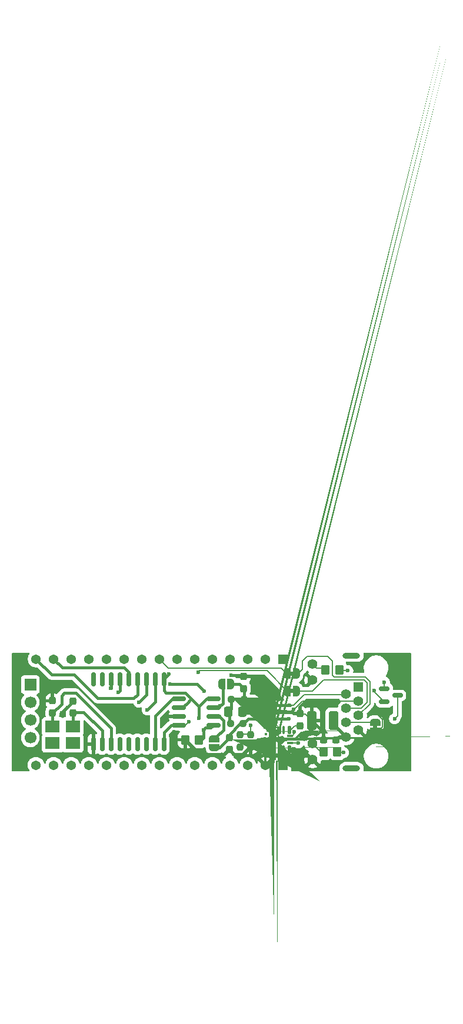
<source format=gbr>
%TF.GenerationSoftware,KiCad,Pcbnew,9.0.1*%
%TF.CreationDate,2025-04-24T23:24:54-04:00*%
%TF.ProjectId,can-nano-shield-rj45,63616e2d-6e61-46e6-9f2d-736869656c64,rev?*%
%TF.SameCoordinates,Original*%
%TF.FileFunction,Copper,L4,Bot*%
%TF.FilePolarity,Positive*%
%FSLAX46Y46*%
G04 Gerber Fmt 4.6, Leading zero omitted, Abs format (unit mm)*
G04 Created by KiCad (PCBNEW 9.0.1) date 2025-04-24 23:24:54*
%MOMM*%
%LPD*%
G01*
G04 APERTURE LIST*
G04 Aperture macros list*
%AMRoundRect*
0 Rectangle with rounded corners*
0 $1 Rounding radius*
0 $2 $3 $4 $5 $6 $7 $8 $9 X,Y pos of 4 corners*
0 Add a 4 corners polygon primitive as box body*
4,1,4,$2,$3,$4,$5,$6,$7,$8,$9,$2,$3,0*
0 Add four circle primitives for the rounded corners*
1,1,$1+$1,$2,$3*
1,1,$1+$1,$4,$5*
1,1,$1+$1,$6,$7*
1,1,$1+$1,$8,$9*
0 Add four rect primitives between the rounded corners*
20,1,$1+$1,$2,$3,$4,$5,0*
20,1,$1+$1,$4,$5,$6,$7,0*
20,1,$1+$1,$6,$7,$8,$9,0*
20,1,$1+$1,$8,$9,$2,$3,0*%
%AMFreePoly0*
4,1,23,0.500000,-0.750000,0.000000,-0.750000,0.000000,-0.745722,-0.065263,-0.745722,-0.191342,-0.711940,-0.304381,-0.646677,-0.396677,-0.554381,-0.461940,-0.441342,-0.495722,-0.315263,-0.495722,-0.250000,-0.500000,-0.250000,-0.500000,0.250000,-0.495722,0.250000,-0.495722,0.315263,-0.461940,0.441342,-0.396677,0.554381,-0.304381,0.646677,-0.191342,0.711940,-0.065263,0.745722,0.000000,0.745722,
0.000000,0.750000,0.500000,0.750000,0.500000,-0.750000,0.500000,-0.750000,$1*%
%AMFreePoly1*
4,1,23,0.000000,0.745722,0.065263,0.745722,0.191342,0.711940,0.304381,0.646677,0.396677,0.554381,0.461940,0.441342,0.495722,0.315263,0.495722,0.250000,0.500000,0.250000,0.500000,-0.250000,0.495722,-0.250000,0.495722,-0.315263,0.461940,-0.441342,0.396677,-0.554381,0.304381,-0.646677,0.191342,-0.711940,0.065263,-0.745722,0.000000,-0.745722,0.000000,-0.750000,-0.500000,-0.750000,
-0.500000,0.750000,0.000000,0.750000,0.000000,0.745722,0.000000,0.745722,$1*%
%AMFreePoly2*
4,1,153,0.705981,1.079903,0.710496,1.079000,0.716000,1.079000,0.716981,1.078903,0.726981,1.076903,0.727857,1.076642,0.742857,1.070642,0.743236,1.070472,0.747052,1.068564,0.751857,1.066642,0.753000,1.066000,0.756798,1.063151,0.761572,1.060287,0.762000,1.060000,0.766000,1.057000,0.766536,1.056536,0.770288,1.052784,0.774000,1.050000,0.775000,1.049000,0.777784,1.045288,
0.781536,1.041536,0.782000,1.041000,0.785000,1.037000,0.785287,1.036572,0.788151,1.031798,0.791000,1.028000,0.791642,1.026857,0.793564,1.022052,0.795472,1.018236,0.795642,1.017857,0.801642,1.002857,0.801903,1.001981,0.803903,0.991981,0.804000,0.991000,0.804000,0.985496,0.804903,0.980981,0.805000,0.980000,0.805000,-0.980000,0.804903,-0.980981,0.804000,-0.985496,
0.804000,-0.991000,0.803903,-0.991981,0.801903,-1.001981,0.801642,-1.002857,0.795642,-1.017857,0.795472,-1.018236,0.793564,-1.022052,0.791642,-1.026857,0.791000,-1.028000,0.788151,-1.031798,0.785287,-1.036572,0.785000,-1.037000,0.782000,-1.041000,0.781536,-1.041536,0.777784,-1.045288,0.775000,-1.049000,0.774000,-1.050000,0.770288,-1.052784,0.766536,-1.056536,0.766000,-1.057000,
0.762000,-1.060000,0.761572,-1.060287,0.756798,-1.063151,0.753000,-1.066000,0.751857,-1.066642,0.747052,-1.068564,0.743236,-1.070472,0.742857,-1.070642,0.727857,-1.076642,0.726981,-1.076903,0.716981,-1.078903,0.716000,-1.079000,0.710496,-1.079000,0.705981,-1.079903,0.705000,-1.080000,-0.705000,-1.080000,-0.705981,-1.079903,-0.710496,-1.079000,-0.716000,-1.079000,-0.716981,-1.078903,
-0.726981,-1.076903,-0.727857,-1.076642,-0.742857,-1.070642,-0.743236,-1.070472,-0.747052,-1.068564,-0.751857,-1.066642,-0.753000,-1.066000,-0.756798,-1.063151,-0.761572,-1.060287,-0.762000,-1.060000,-0.766000,-1.057000,-0.766536,-1.056536,-0.770288,-1.052784,-0.774000,-1.050000,-0.775000,-1.049000,-0.777784,-1.045288,-0.781536,-1.041536,-0.782000,-1.041000,-0.785000,-1.037000,-0.785287,-1.036572,
-0.788151,-1.031798,-0.791000,-1.028000,-0.791642,-1.026857,-0.793564,-1.022052,-0.795472,-1.018236,-0.795642,-1.017857,-0.801642,-1.002857,-0.801903,-1.001981,-0.803903,-0.991981,-0.804000,-0.991000,-0.804000,-0.985496,-0.804903,-0.980981,-0.805000,-0.980000,-0.805000,0.980000,-0.804903,0.980981,-0.804000,0.985496,-0.804000,0.991000,-0.803903,0.991981,-0.801903,1.001981,-0.801642,1.002857,
-0.795642,1.017857,-0.795472,1.018236,-0.793564,1.022052,-0.791642,1.026857,-0.791000,1.028000,-0.788151,1.031798,-0.785287,1.036572,-0.785000,1.037000,-0.782000,1.041000,-0.781536,1.041536,-0.777784,1.045288,-0.775000,1.049000,-0.774000,1.050000,-0.770288,1.052784,-0.766536,1.056536,-0.766000,1.057000,-0.762000,1.060000,-0.761572,1.060287,-0.756798,1.063151,-0.753000,1.066000,
-0.751857,1.066642,-0.747052,1.068564,-0.743236,1.070472,-0.742857,1.070642,-0.727857,1.076642,-0.726981,1.076903,-0.716981,1.078903,-0.716000,1.079000,-0.710496,1.079000,-0.705981,1.079903,-0.705000,1.080000,0.705000,1.080000,0.705981,1.079903,0.705981,1.079903,$1*%
%AMFreePoly3*
4,1,255,0.185981,2.074903,0.190496,2.074000,0.196000,2.074000,0.196981,2.073903,0.206981,2.071903,0.207857,2.071642,0.222857,2.065642,0.223236,2.065472,0.227052,2.063564,0.231857,2.061642,0.233000,2.061000,0.236798,2.058151,0.241572,2.055287,0.242000,2.055000,0.246000,2.052000,0.246536,2.051536,0.250288,2.047784,0.254000,2.045000,0.255000,2.044000,0.257784,2.040288,
0.261536,2.036536,0.262000,2.036000,0.265000,2.032000,0.265287,2.031572,0.268151,2.026798,0.271000,2.023000,0.271642,2.021857,0.273564,2.017052,0.275472,2.013236,0.275642,2.012857,0.281642,1.997857,0.281903,1.996981,0.283903,1.986981,0.284000,1.986000,0.284000,1.980496,0.284903,1.975981,0.285000,1.975000,0.285000,-1.446000,0.284472,-1.448236,0.284000,-1.449180,
0.284000,-1.450000,0.283472,-1.452236,0.282000,-1.455180,0.282000,-1.456000,0.281472,-1.458236,0.278472,-1.464236,0.277536,-1.465536,0.275108,-1.467964,0.274472,-1.469236,0.272236,-1.471472,0.271726,-1.471726,0.271472,-1.472236,0.269236,-1.474472,0.267964,-1.475108,0.265536,-1.477536,0.264236,-1.478472,0.258236,-1.481472,0.256000,-1.482000,0.255180,-1.482000,0.252236,-1.483472,
0.250000,-1.484000,0.249180,-1.484000,0.248236,-1.484472,0.246000,-1.485000,0.235180,-1.485000,0.234236,-1.485472,0.232000,-1.486000,0.231180,-1.486000,0.228236,-1.487472,0.226000,-1.488000,0.225180,-1.488000,0.220964,-1.490108,0.218536,-1.492536,0.217236,-1.493472,0.216726,-1.493726,0.216472,-1.494236,0.214236,-1.496472,0.213726,-1.496726,0.213472,-1.497236,0.212536,-1.498536,
0.210108,-1.500964,0.208000,-1.505180,0.208000,-1.506000,0.207472,-1.508236,0.206000,-1.511180,0.206000,-1.512000,0.205472,-1.514236,0.205000,-1.515180,0.205000,-2.415000,0.204903,-2.415981,0.204000,-2.420496,0.204000,-2.426000,0.203903,-2.426981,0.201903,-2.436981,0.201642,-2.437857,0.195642,-2.452857,0.195472,-2.453236,0.193564,-2.457052,0.191642,-2.461857,0.191000,-2.463000,
0.188151,-2.466798,0.185287,-2.471572,0.185000,-2.472000,0.182000,-2.476000,0.181536,-2.476536,0.177784,-2.480288,0.175000,-2.484000,0.174000,-2.485000,0.170288,-2.487784,0.166536,-2.491536,0.166000,-2.492000,0.162000,-2.495000,0.161572,-2.495287,0.156798,-2.498151,0.153000,-2.501000,0.151857,-2.501642,0.147052,-2.503564,0.143236,-2.505472,0.142857,-2.505642,0.127857,-2.511642,
0.126981,-2.511903,0.116981,-2.513903,0.116000,-2.514000,0.110496,-2.514000,0.105981,-2.514903,0.105000,-2.515000,-0.105000,-2.515000,-0.105981,-2.514903,-0.110496,-2.514000,-0.116000,-2.514000,-0.116981,-2.513903,-0.126981,-2.511903,-0.127857,-2.511642,-0.142857,-2.505642,-0.143236,-2.505472,-0.147052,-2.503564,-0.151857,-2.501642,-0.153000,-2.501000,-0.156798,-2.498151,-0.161572,-2.495287,
-0.162000,-2.495000,-0.166000,-2.492000,-0.166536,-2.491536,-0.170288,-2.487784,-0.174000,-2.485000,-0.175000,-2.484000,-0.177784,-2.480288,-0.181536,-2.476536,-0.182000,-2.476000,-0.185000,-2.472000,-0.185287,-2.471572,-0.188151,-2.466798,-0.191000,-2.463000,-0.191642,-2.461857,-0.193564,-2.457052,-0.195472,-2.453236,-0.195642,-2.452857,-0.201642,-2.437857,-0.201903,-2.436981,-0.203903,-2.426981,
-0.204000,-2.426000,-0.204000,-2.420496,-0.204903,-2.415981,-0.205000,-2.415000,-0.205000,-1.515180,-0.205472,-1.514236,-0.206000,-1.512000,-0.206000,-1.511180,-0.207472,-1.508236,-0.208000,-1.506000,-0.208000,-1.505180,-0.210108,-1.500964,-0.212536,-1.498536,-0.213472,-1.497236,-0.213726,-1.496726,-0.214236,-1.496472,-0.216472,-1.494236,-0.216726,-1.493726,-0.217236,-1.493472,-0.218536,-1.492536,
-0.220964,-1.490108,-0.225180,-1.488000,-0.226000,-1.488000,-0.228236,-1.487472,-0.231180,-1.486000,-0.232000,-1.486000,-0.234236,-1.485472,-0.235180,-1.485000,-0.246000,-1.485000,-0.248236,-1.484472,-0.249180,-1.484000,-0.250000,-1.484000,-0.252236,-1.483472,-0.255180,-1.482000,-0.256000,-1.482000,-0.258236,-1.481472,-0.264236,-1.478472,-0.265536,-1.477536,-0.267964,-1.475108,-0.269236,-1.474472,
-0.271472,-1.472236,-0.271726,-1.471726,-0.272236,-1.471472,-0.274472,-1.469236,-0.275108,-1.467964,-0.277536,-1.465536,-0.278472,-1.464236,-0.281472,-1.458236,-0.282000,-1.456000,-0.282000,-1.455180,-0.283472,-1.452236,-0.284000,-1.450000,-0.284000,-1.449180,-0.284472,-1.448236,-0.285000,-1.446000,-0.285000,1.975000,-0.284903,1.975981,-0.284000,1.980496,-0.284000,1.986000,-0.283903,1.986981,
-0.281903,1.996981,-0.281642,1.997857,-0.275642,2.012857,-0.275472,2.013236,-0.273564,2.017052,-0.271642,2.021857,-0.271000,2.023000,-0.268151,2.026798,-0.265287,2.031572,-0.265000,2.032000,-0.262000,2.036000,-0.261536,2.036536,-0.257784,2.040288,-0.255000,2.044000,-0.254000,2.045000,-0.250288,2.047784,-0.246536,2.051536,-0.246000,2.052000,-0.242000,2.055000,-0.241572,2.055287,
-0.236798,2.058151,-0.233000,2.061000,-0.231857,2.061642,-0.227052,2.063564,-0.223236,2.065472,-0.222857,2.065642,-0.207857,2.071642,-0.206981,2.071903,-0.196981,2.073903,-0.196000,2.074000,-0.190496,2.074000,-0.185981,2.074903,-0.185000,2.075000,0.185000,2.075000,0.185981,2.074903,0.185981,2.074903,$1*%
G04 Aperture macros list end*
%TA.AperFunction,EtchedComponent*%
%ADD10C,0.000000*%
%TD*%
%TA.AperFunction,ComponentPad*%
%ADD11R,1.400000X1.400000*%
%TD*%
%TA.AperFunction,ComponentPad*%
%ADD12C,1.400000*%
%TD*%
%TA.AperFunction,ComponentPad*%
%ADD13O,2.500000X0.800000*%
%TD*%
%TA.AperFunction,ComponentPad*%
%ADD14R,1.370000X1.370000*%
%TD*%
%TA.AperFunction,ComponentPad*%
%ADD15C,1.370000*%
%TD*%
%TA.AperFunction,SMDPad,CuDef*%
%ADD16FreePoly0,0.000000*%
%TD*%
%TA.AperFunction,SMDPad,CuDef*%
%ADD17FreePoly1,0.000000*%
%TD*%
%TA.AperFunction,SMDPad,CuDef*%
%ADD18RoundRect,0.150000X-0.587500X-0.150000X0.587500X-0.150000X0.587500X0.150000X-0.587500X0.150000X0*%
%TD*%
%TA.AperFunction,SMDPad,CuDef*%
%ADD19RoundRect,0.250000X0.412500X1.100000X-0.412500X1.100000X-0.412500X-1.100000X0.412500X-1.100000X0*%
%TD*%
%TA.AperFunction,SMDPad,CuDef*%
%ADD20R,2.100000X1.800000*%
%TD*%
%TA.AperFunction,SMDPad,CuDef*%
%ADD21RoundRect,0.237500X0.300000X0.237500X-0.300000X0.237500X-0.300000X-0.237500X0.300000X-0.237500X0*%
%TD*%
%TA.AperFunction,SMDPad,CuDef*%
%ADD22RoundRect,0.250000X0.350000X0.450000X-0.350000X0.450000X-0.350000X-0.450000X0.350000X-0.450000X0*%
%TD*%
%TA.AperFunction,SMDPad,CuDef*%
%ADD23RoundRect,0.237500X0.237500X-0.300000X0.237500X0.300000X-0.237500X0.300000X-0.237500X-0.300000X0*%
%TD*%
%TA.AperFunction,SMDPad,CuDef*%
%ADD24FreePoly0,90.000000*%
%TD*%
%TA.AperFunction,SMDPad,CuDef*%
%ADD25FreePoly1,90.000000*%
%TD*%
%TA.AperFunction,SMDPad,CuDef*%
%ADD26RoundRect,0.237500X-0.250000X-0.237500X0.250000X-0.237500X0.250000X0.237500X-0.250000X0.237500X0*%
%TD*%
%TA.AperFunction,SMDPad,CuDef*%
%ADD27FreePoly0,270.000000*%
%TD*%
%TA.AperFunction,SMDPad,CuDef*%
%ADD28FreePoly1,270.000000*%
%TD*%
%TA.AperFunction,SMDPad,CuDef*%
%ADD29RoundRect,0.237500X-0.237500X0.250000X-0.237500X-0.250000X0.237500X-0.250000X0.237500X0.250000X0*%
%TD*%
%TA.AperFunction,SMDPad,CuDef*%
%ADD30RoundRect,0.162500X-0.447500X-0.162500X0.447500X-0.162500X0.447500X0.162500X-0.447500X0.162500X0*%
%TD*%
%TA.AperFunction,SMDPad,CuDef*%
%ADD31RoundRect,0.150000X-0.825000X-0.150000X0.825000X-0.150000X0.825000X0.150000X-0.825000X0.150000X0*%
%TD*%
%TA.AperFunction,SMDPad,CuDef*%
%ADD32RoundRect,0.105750X0.129250X-0.506750X0.129250X0.506750X-0.129250X0.506750X-0.129250X-0.506750X0*%
%TD*%
%TA.AperFunction,SMDPad,CuDef*%
%ADD33RoundRect,0.105000X0.070000X-0.495000X0.070000X0.495000X-0.070000X0.495000X-0.070000X-0.495000X0*%
%TD*%
%TA.AperFunction,ComponentPad*%
%ADD34C,0.400000*%
%TD*%
%TA.AperFunction,SMDPad,CuDef*%
%ADD35FreePoly2,90.000000*%
%TD*%
%TA.AperFunction,SMDPad,CuDef*%
%ADD36RoundRect,0.105000X0.345000X-0.070000X0.345000X0.070000X-0.345000X0.070000X-0.345000X-0.070000X0*%
%TD*%
%TA.AperFunction,SMDPad,CuDef*%
%ADD37FreePoly3,90.000000*%
%TD*%
%TA.AperFunction,ComponentPad*%
%ADD38R,1.700000X1.700000*%
%TD*%
%TA.AperFunction,ComponentPad*%
%ADD39C,1.700000*%
%TD*%
%TA.AperFunction,SMDPad,CuDef*%
%ADD40RoundRect,0.237500X0.237500X-0.250000X0.237500X0.250000X-0.237500X0.250000X-0.237500X-0.250000X0*%
%TD*%
%TA.AperFunction,SMDPad,CuDef*%
%ADD41RoundRect,0.250000X-0.337500X-0.475000X0.337500X-0.475000X0.337500X0.475000X-0.337500X0.475000X0*%
%TD*%
%TA.AperFunction,SMDPad,CuDef*%
%ADD42RoundRect,0.237500X0.250000X0.237500X-0.250000X0.237500X-0.250000X-0.237500X0.250000X-0.237500X0*%
%TD*%
%TA.AperFunction,SMDPad,CuDef*%
%ADD43RoundRect,0.150000X0.150000X-0.875000X0.150000X0.875000X-0.150000X0.875000X-0.150000X-0.875000X0*%
%TD*%
%TA.AperFunction,ViaPad*%
%ADD44C,0.600000*%
%TD*%
%TA.AperFunction,Conductor*%
%ADD45C,0.400000*%
%TD*%
%TA.AperFunction,Conductor*%
%ADD46C,0.200000*%
%TD*%
%TA.AperFunction,Conductor*%
%ADD47C,0.500000*%
%TD*%
%TA.AperFunction,Conductor*%
%ADD48C,0.350000*%
%TD*%
%TA.AperFunction,Conductor*%
%ADD49C,0.800000*%
%TD*%
%TA.AperFunction,Conductor*%
%ADD50C,0.300000*%
%TD*%
%TA.AperFunction,Conductor*%
%ADD51C,0.750000*%
%TD*%
G04 APERTURE END LIST*
D10*
%TA.AperFunction,EtchedComponent*%
%TO.C,JP7*%
G36*
X152900000Y-89600000D02*
G01*
X152400000Y-89600000D01*
X152400000Y-89000000D01*
X152900000Y-89000000D01*
X152900000Y-89600000D01*
G37*
%TD.AperFunction*%
%TA.AperFunction,EtchedComponent*%
%TO.C,JP8*%
G36*
X152900000Y-87100000D02*
G01*
X152400000Y-87100000D01*
X152400000Y-86500000D01*
X152900000Y-86500000D01*
X152900000Y-87100000D01*
G37*
%TD.AperFunction*%
%TA.AperFunction,EtchedComponent*%
%TO.C,JP9*%
G36*
X164950000Y-94700000D02*
G01*
X164350000Y-94700000D01*
X164350000Y-94200000D01*
X164950000Y-94200000D01*
X164950000Y-94700000D01*
G37*
%TD.AperFunction*%
%TD*%
D11*
%TO.P,J4,1*%
%TO.N,/CAN_H*%
X162260000Y-88730000D03*
D12*
%TO.P,J4,2*%
%TO.N,/CAN_L*%
X160480000Y-89750000D03*
%TO.P,J4,3*%
%TO.N,GND*%
X162260000Y-90770000D03*
%TO.P,J4,4*%
%TO.N,/CAN_SYNC*%
X160480000Y-91790000D03*
%TO.P,J4,5*%
%TO.N,/CAN_ESTOP*%
X162260000Y-92810000D03*
%TO.P,J4,6*%
%TO.N,/CAN_SHLD*%
X160480000Y-93830000D03*
%TO.P,J4,7*%
%TO.N,GND*%
X162260000Y-94850000D03*
%TO.P,J4,8*%
%TO.N,/CAN_V+*%
X160480000Y-95870000D03*
%TO.P,J4,9*%
%TO.N,GND*%
X155660000Y-99160000D03*
%TO.P,J4,10*%
%TO.N,/LED_PWR*%
X155660000Y-96870000D03*
%TO.P,J4,11*%
%TO.N,GND*%
X155660000Y-87730000D03*
%TO.P,J4,12*%
%TO.N,/LED_TX*%
X155660000Y-85440000D03*
D13*
%TO.P,J4,13*%
%TO.N,N/C*%
X161240000Y-84200000D03*
%TO.P,J4,14*%
X161240000Y-100400000D03*
%TD*%
D14*
%TO.P,J2,01,01*%
%TO.N,unconnected-(J2-Pad01)*%
X151400000Y-99930000D03*
D15*
%TO.P,J2,02,02*%
%TO.N,GND*%
X148860000Y-99930000D03*
%TO.P,J2,03,03*%
%TO.N,/RST2*%
X146320000Y-99930000D03*
%TO.P,J2,04,04*%
%TO.N,+5V*%
X143780000Y-99930000D03*
%TO.P,J2,05,05*%
%TO.N,/A7*%
X141240000Y-99930000D03*
%TO.P,J2,06,06*%
%TO.N,/A6*%
X138700000Y-99930000D03*
%TO.P,J2,07,07*%
%TO.N,/A5*%
X136160000Y-99930000D03*
%TO.P,J2,08,08*%
%TO.N,/A4*%
X133620000Y-99930000D03*
%TO.P,J2,09,09*%
%TO.N,/A3*%
X131080000Y-99930000D03*
%TO.P,J2,10,10*%
%TO.N,/A2*%
X128540000Y-99930000D03*
%TO.P,J2,11,11*%
%TO.N,/A1*%
X126000000Y-99930000D03*
%TO.P,J2,12,12*%
%TO.N,/A0*%
X123460000Y-99930000D03*
%TO.P,J2,13,13*%
%TO.N,/AREF*%
X120920000Y-99930000D03*
%TO.P,J2,14,14*%
%TO.N,+3V3*%
X118380000Y-99930000D03*
%TO.P,J2,15,15*%
%TO.N,/SCK*%
X115840000Y-99930000D03*
%TD*%
D14*
%TO.P,J1,01,01*%
%TO.N,/D1*%
X151405000Y-84700000D03*
D15*
%TO.P,J1,02,02*%
%TO.N,/D0*%
X148865000Y-84700000D03*
%TO.P,J1,03,03*%
%TO.N,/RST1*%
X146325000Y-84700000D03*
%TO.P,J1,04,04*%
%TO.N,GND*%
X143785000Y-84700000D03*
%TO.P,J1,05,05*%
%TO.N,/CAN_INT_DEFAULT*%
X141245000Y-84700000D03*
%TO.P,J1,06,06*%
%TO.N,/SYNC*%
X138705000Y-84700000D03*
%TO.P,J1,07,07*%
%TO.N,/CAN_CS_DEFAULT*%
X136165000Y-84700000D03*
%TO.P,J1,08,08*%
%TO.N,/ESTOP*%
X133625000Y-84700000D03*
%TO.P,J1,09,09*%
%TO.N,/D6*%
X131085000Y-84700000D03*
%TO.P,J1,10,10*%
%TO.N,/D7*%
X128545000Y-84700000D03*
%TO.P,J1,11,11*%
%TO.N,/D8*%
X126005000Y-84700000D03*
%TO.P,J1,12,12*%
%TO.N,/D9*%
X123465000Y-84700000D03*
%TO.P,J1,13,13*%
%TO.N,/D10*%
X120925000Y-84700000D03*
%TO.P,J1,14,14*%
%TO.N,/MOSI*%
X118385000Y-84700000D03*
%TO.P,J1,15,15*%
%TO.N,/MISO*%
X115845000Y-84700000D03*
%TD*%
D16*
%TO.P,JP7,1,A*%
%TO.N,/SYNC*%
X152000000Y-89300000D03*
D17*
%TO.P,JP7,2,B*%
%TO.N,/CAN_SYNC*%
X153300000Y-89300000D03*
%TD*%
D18*
%TO.P,Q1,1,G*%
%TO.N,/CAN_TX*%
X165987500Y-90862500D03*
%TO.P,Q1,2,S*%
%TO.N,Net-(Q1-S)*%
X165987500Y-88962500D03*
%TO.P,Q1,3,D*%
%TO.N,VCC*%
X167862500Y-89912500D03*
%TD*%
D19*
%TO.P,C6,1*%
%TO.N,/CAN_V+*%
X158662500Y-93500000D03*
%TO.P,C6,2*%
%TO.N,GND*%
X155537500Y-93500000D03*
%TD*%
D20*
%TO.P,Y1,1,1*%
%TO.N,/OSC2*%
X118225000Y-94425000D03*
%TO.P,Y1,2,2*%
%TO.N,/OSC1*%
X121125000Y-94425000D03*
%TO.P,Y1,3*%
%TO.N,N/C*%
X121125000Y-96725000D03*
%TO.P,Y1,4*%
X118225000Y-96725000D03*
%TD*%
D21*
%TO.P,C7,1*%
%TO.N,/CAN_V+*%
X158987500Y-96360000D03*
%TO.P,C7,2*%
%TO.N,GND*%
X157262500Y-96360000D03*
%TD*%
D16*
%TO.P,JP6,1,A*%
%TO.N,/CAN_L_IN*%
X142575000Y-88300000D03*
D17*
%TO.P,JP6,2,B*%
%TO.N,/CAN_L*%
X143875000Y-88300000D03*
%TD*%
D22*
%TO.P,R4,1*%
%TO.N,VCC*%
X159200000Y-98050000D03*
%TO.P,R4,2*%
%TO.N,/LED_PWR*%
X157200000Y-98050000D03*
%TD*%
D23*
%TO.P,C8,1*%
%TO.N,Net-(U3-RT)*%
X153850000Y-94262500D03*
%TO.P,C8,2*%
%TO.N,GND*%
X153850000Y-92537500D03*
%TD*%
D16*
%TO.P,JP8,1,A*%
%TO.N,/ESTOP*%
X152000000Y-86800000D03*
D17*
%TO.P,JP8,2,B*%
%TO.N,/CAN_ESTOP*%
X153300000Y-86800000D03*
%TD*%
D23*
%TO.P,C4,1*%
%TO.N,GND*%
X143660000Y-97722500D03*
%TO.P,C4,2*%
%TO.N,/CAN_H*%
X143660000Y-95997500D03*
%TD*%
D24*
%TO.P,JP9,1,A*%
%TO.N,GND*%
X164650000Y-95099999D03*
D25*
%TO.P,JP9,2,B*%
%TO.N,/CAN_SHLD*%
X164650000Y-93800001D03*
%TD*%
D23*
%TO.P,C2,1*%
%TO.N,/OSC1*%
X121150000Y-92437500D03*
%TO.P,C2,2*%
%TO.N,GND*%
X121150000Y-90712500D03*
%TD*%
D26*
%TO.P,Rt2,1*%
%TO.N,Net-(C3-Pad1)*%
X143950000Y-90500000D03*
%TO.P,Rt2,2*%
%TO.N,/CAN_L*%
X145775000Y-90500000D03*
%TD*%
D22*
%TO.P,R3,1*%
%TO.N,Net-(Q1-S)*%
X159510000Y-86240000D03*
%TO.P,R3,2*%
%TO.N,/LED_TX*%
X157510000Y-86240000D03*
%TD*%
D27*
%TO.P,JP5,1,A*%
%TO.N,/CAN_H_IN*%
X141510000Y-96140000D03*
D28*
%TO.P,JP5,2,B*%
%TO.N,/CAN_H*%
X141510000Y-97440000D03*
%TD*%
D29*
%TO.P,R6,1*%
%TO.N,Net-(U3-FB)*%
X146710000Y-95547500D03*
%TO.P,R6,2*%
%TO.N,GND*%
X146710000Y-97372500D03*
%TD*%
D30*
%TO.P,D1,1,1*%
%TO.N,/CAN_H*%
X148015000Y-93242500D03*
%TO.P,D1,2,2*%
%TO.N,/CAN_L*%
X148015000Y-91342500D03*
%TO.P,D1,3,3*%
%TO.N,GND*%
X150635000Y-92292500D03*
%TD*%
D23*
%TO.P,C1,1*%
%TO.N,/OSC2*%
X118200000Y-92425000D03*
%TO.P,C1,2*%
%TO.N,GND*%
X118200000Y-90700000D03*
%TD*%
D31*
%TO.P,U2,1,TXD*%
%TO.N,/CAN_TX*%
X136425000Y-94215000D03*
%TO.P,U2,2,GND*%
%TO.N,GND*%
X136425000Y-92945000D03*
%TO.P,U2,3,VCC*%
%TO.N,VCC*%
X136425000Y-91675000D03*
%TO.P,U2,4,RXD*%
%TO.N,/CAN_RX*%
X136425000Y-90405000D03*
%TO.P,U2,5,VIO*%
%TO.N,VCC*%
X141375000Y-90405000D03*
%TO.P,U2,6,CANL*%
%TO.N,/CAN_L_IN*%
X141375000Y-91675000D03*
%TO.P,U2,7,CANH*%
%TO.N,/CAN_H_IN*%
X141375000Y-92945000D03*
%TO.P,U2,8,S*%
%TO.N,/SILENT*%
X141375000Y-94215000D03*
%TD*%
D32*
%TO.P,U3,1,PGOOD*%
%TO.N,unconnected-(U3-PGOOD-Pad1)*%
X152290000Y-97647500D03*
D33*
%TO.P,U3,2,EN*%
%TO.N,/CAN_V+*%
X151480000Y-97660000D03*
%TO.P,U3,3,VIN*%
X150980000Y-97660000D03*
D34*
%TO.P,U3,3_1*%
X150980000Y-97989000D03*
%TO.P,U3,3_2*%
X150980000Y-97310000D03*
D35*
%TO.P,U3,4,VOUT*%
%TO.N,VCC*%
X149335000Y-97460000D03*
D34*
%TO.P,U3,4_1*%
X149780000Y-97990000D03*
%TO.P,U3,4_2*%
X149280000Y-97990000D03*
%TO.P,U3,4_3*%
X148780000Y-97990000D03*
%TO.P,U3,4_4*%
X149740000Y-97040000D03*
%TO.P,U3,4_5*%
X148920000Y-97040000D03*
D35*
%TO.P,U3,5,SW*%
%TO.N,Net-(U3-SW-Pad5)*%
X149335000Y-95060000D03*
D34*
%TO.P,U3,5_1*%
X149780000Y-94530000D03*
%TO.P,U3,5_2*%
X149280000Y-94530000D03*
%TO.P,U3,5_3*%
X148780000Y-94530000D03*
%TO.P,U3,5_4*%
X149740000Y-95480000D03*
%TO.P,U3,5_5*%
X148920000Y-95480000D03*
D33*
%TO.P,U3,6,SW*%
X150980000Y-94860000D03*
D34*
%TO.P,U3,6_1*%
X150780000Y-95209000D03*
%TO.P,U3,6_2*%
X150780000Y-94530000D03*
D33*
%TO.P,U3,7,BOOT*%
%TO.N,unconnected-(U3-BOOT-Pad7)*%
X151480000Y-94860000D03*
D32*
%TO.P,U3,8,VCC*%
%TO.N,Net-(U3-RT)*%
X152290000Y-94872500D03*
D36*
%TO.P,U3,9,FB*%
%TO.N,Net-(U3-FB)*%
X152390000Y-95760000D03*
D37*
%TO.P,U3,10,GND*%
%TO.N,GND*%
X150330000Y-96260000D03*
D34*
%TO.P,U3,10_2*%
X151560000Y-96260000D03*
%TO.P,U3,10_3*%
X150560000Y-96260000D03*
%TO.P,U3,10_4*%
X149560000Y-96260000D03*
%TO.P,U3,10_5*%
X148560000Y-96260000D03*
D36*
%TO.P,U3,11,RT*%
%TO.N,Net-(U3-RT)*%
X152390000Y-96760000D03*
%TD*%
D22*
%TO.P,R2,1*%
%TO.N,/SILENT*%
X139320000Y-96290000D03*
%TO.P,R2,2*%
%TO.N,GND*%
X137320000Y-96290000D03*
%TD*%
D38*
%TO.P,J3,1,Pin_1*%
%TO.N,/~{CAN_INT}*%
X115025000Y-88375000D03*
D39*
%TO.P,J3,2,Pin_2*%
%TO.N,/CAN_CS*%
X115025000Y-90915000D03*
%TO.P,J3,3,Pin_3*%
%TO.N,/CAN_RESET*%
X115025000Y-93455000D03*
%TO.P,J3,4,Pin_4*%
%TO.N,/SILENT*%
X115025000Y-95995000D03*
%TD*%
D40*
%TO.P,R5,1*%
%TO.N,VCC*%
X145190000Y-97365000D03*
%TO.P,R5,2*%
%TO.N,Net-(U3-FB)*%
X145190000Y-95540000D03*
%TD*%
D41*
%TO.P,C3,1*%
%TO.N,Net-(C3-Pad1)*%
X143500000Y-92275000D03*
%TO.P,C3,2*%
%TO.N,GND*%
X145575000Y-92275000D03*
%TD*%
D42*
%TO.P,Rt1,1*%
%TO.N,/CAN_H*%
X145637500Y-94000000D03*
%TO.P,Rt1,2*%
%TO.N,Net-(C3-Pad1)*%
X143812500Y-94000000D03*
%TD*%
D43*
%TO.P,U1,1,TXCAN*%
%TO.N,/CAN_TX*%
X134250000Y-96925000D03*
%TO.P,U1,2,RXCAN*%
%TO.N,/CAN_RX*%
X132980000Y-96925000D03*
%TO.P,U1,3,CLKOUT/SOF*%
%TO.N,unconnected-(U1-CLKOUT{slash}SOF-Pad3)*%
X131710000Y-96925000D03*
%TO.P,U1,4,~{TX0RTS}*%
%TO.N,unconnected-(U1-~{TX0RTS}-Pad4)*%
X130440000Y-96925000D03*
%TO.P,U1,5,~{TX1RTS}*%
%TO.N,unconnected-(U1-~{TX1RTS}-Pad5)*%
X129170000Y-96925000D03*
%TO.P,U1,6,~{TX2RTS}*%
%TO.N,unconnected-(U1-~{TX2RTS}-Pad6)*%
X127900000Y-96925000D03*
%TO.P,U1,7,OSC2*%
%TO.N,/OSC2*%
X126630000Y-96925000D03*
%TO.P,U1,8,OSC1*%
%TO.N,/OSC1*%
X125360000Y-96925000D03*
%TO.P,U1,9,VSS*%
%TO.N,GND*%
X124090000Y-96925000D03*
%TO.P,U1,10,~{RX1BF}*%
%TO.N,unconnected-(U1-~{RX1BF}-Pad10)*%
X124090000Y-87625000D03*
%TO.P,U1,11,~{RX0BF}*%
%TO.N,unconnected-(U1-~{RX0BF}-Pad11)*%
X125360000Y-87625000D03*
%TO.P,U1,12,~{INT}*%
%TO.N,/~{CAN_INT}*%
X126630000Y-87625000D03*
%TO.P,U1,13,SCK*%
%TO.N,/SCK*%
X127900000Y-87625000D03*
%TO.P,U1,14,SI*%
%TO.N,/MOSI*%
X129170000Y-87625000D03*
%TO.P,U1,15,SO*%
%TO.N,/MISO*%
X130440000Y-87625000D03*
%TO.P,U1,16,~{CS}*%
%TO.N,/CAN_CS*%
X131710000Y-87625000D03*
%TO.P,U1,17,~{RESET}*%
%TO.N,/CAN_RESET*%
X132980000Y-87625000D03*
%TO.P,U1,18,VDD*%
%TO.N,VCC*%
X134250000Y-87625000D03*
%TD*%
D23*
%TO.P,C5,1*%
%TO.N,/CAN_L*%
X145750000Y-88925000D03*
%TO.P,C5,2*%
%TO.N,GND*%
X145750000Y-87200000D03*
%TD*%
D44*
%TO.N,/SYNC*%
X139171000Y-86560000D03*
%TO.N,GND*%
X131375000Y-95100000D03*
X135725000Y-95175000D03*
X143919347Y-87045000D03*
X152931303Y-91943052D03*
X148420000Y-89278700D03*
X119590000Y-92430000D03*
X150825000Y-90478700D03*
X162290000Y-86230000D03*
X156392831Y-95392831D03*
X134125000Y-93575000D03*
X116780000Y-91820000D03*
X164370000Y-92030000D03*
%TO.N,/CAN_H*%
X152210000Y-93260000D03*
%TO.N,/CAN_L*%
X152350000Y-91330000D03*
%TO.N,/SILENT*%
X139925000Y-94875000D03*
%TO.N,/CAN_CS*%
X130650000Y-90875000D03*
%TO.N,/~{CAN_INT}*%
X140000000Y-89300000D03*
X126610000Y-88875000D03*
X135150000Y-88300000D03*
%TO.N,/CAN_RESET*%
X131862500Y-91987500D03*
%TO.N,/SCK*%
X127700000Y-89450000D03*
%TO.N,/CAN_TX*%
X137837500Y-93712500D03*
X164501000Y-89230000D03*
%TO.N,/CAN_H_IN*%
X142245000Y-92945000D03*
%TO.N,/CAN_L_IN*%
X142362500Y-91437500D03*
%TO.N,Net-(Q1-S)*%
X160710000Y-86360000D03*
X165980000Y-88020000D03*
%TO.N,VCC*%
X167448870Y-93277355D03*
X134950000Y-86850000D03*
X160100000Y-98125000D03*
X139250000Y-93175000D03*
X145190000Y-97365000D03*
X149335000Y-97460000D03*
%TO.N,Net-(U3-FB)*%
X153037500Y-95152500D03*
X146730000Y-94215000D03*
%TO.N,Net-(U3-RT)*%
X153850000Y-94262500D03*
X153600000Y-96740000D03*
%TD*%
D45*
%TO.N,Net-(C3-Pad1)*%
X143650000Y-92425000D02*
X143500000Y-92275000D01*
X144125000Y-90325000D02*
X143950000Y-90500000D01*
X143950000Y-91825000D02*
X143500000Y-92275000D01*
X143812500Y-94000000D02*
X143650000Y-93837500D01*
X143950000Y-90500000D02*
X143950000Y-91825000D01*
X143650000Y-93837500D02*
X143650000Y-92425000D01*
D46*
%TO.N,/SYNC*%
X152000000Y-89300000D02*
X149061500Y-86361500D01*
X139369500Y-86361500D02*
X139171000Y-86560000D01*
X149061500Y-86361500D02*
X139369500Y-86361500D01*
D45*
%TO.N,GND*%
X157262500Y-95225000D02*
X155537500Y-93500000D01*
X157262500Y-96360000D02*
X157262500Y-95225000D01*
D47*
X144377500Y-98440000D02*
X143660000Y-97722500D01*
D48*
X153120000Y-96260000D02*
X154030000Y-95350000D01*
D47*
X145642500Y-98440000D02*
X144377500Y-98440000D01*
X146710000Y-97372500D02*
X147117500Y-97372500D01*
D46*
X153016923Y-91943052D02*
X154189975Y-90770000D01*
D45*
X134755000Y-92945000D02*
X134125000Y-93575000D01*
D48*
X154030000Y-95350000D02*
X154375000Y-95350000D01*
D47*
X148230000Y-96260000D02*
X148560000Y-96260000D01*
D45*
X152564380Y-92309975D02*
X150652475Y-92309975D01*
D49*
X150635000Y-92292500D02*
X150642500Y-92300000D01*
D50*
X155160000Y-98660000D02*
X155660000Y-99160000D01*
D47*
X142932500Y-98450000D02*
X139480000Y-98450000D01*
D45*
X150652475Y-92309975D02*
X150635000Y-92292500D01*
D51*
X145575000Y-92275000D02*
X146925000Y-92275000D01*
D46*
X164650000Y-95099999D02*
X165032754Y-95099999D01*
X154189975Y-90770000D02*
X162260000Y-90770000D01*
X165706000Y-93366000D02*
X164370000Y-92030000D01*
D50*
X148860000Y-98830000D02*
X149030000Y-98660000D01*
D51*
X146925000Y-92275000D02*
X150617500Y-92275000D01*
D48*
X152630000Y-96260000D02*
X153120000Y-96260000D01*
D45*
X136425000Y-92945000D02*
X134755000Y-92945000D01*
D46*
X165032754Y-95099999D02*
X165706000Y-94426753D01*
D45*
X143919347Y-87045000D02*
X145595000Y-87045000D01*
X145595000Y-87045000D02*
X145750000Y-87200000D01*
D46*
X152620000Y-96250000D02*
X152630000Y-96260000D01*
X152931303Y-91943052D02*
X153016923Y-91943052D01*
D47*
X154375000Y-95350000D02*
X155375000Y-95350000D01*
X143660000Y-97722500D02*
X142932500Y-98450000D01*
D46*
X165706000Y-94426753D02*
X165706000Y-93366000D01*
D47*
X146710000Y-97372500D02*
X145642500Y-98440000D01*
D45*
X121150000Y-90712500D02*
X121150000Y-90870000D01*
X121150000Y-90870000D02*
X119590000Y-92430000D01*
D47*
X155375000Y-93475000D02*
X155375000Y-95350000D01*
X139480000Y-98450000D02*
X137320000Y-96290000D01*
D46*
X153850000Y-92600000D02*
X154637500Y-92600000D01*
D47*
X147117500Y-97372500D02*
X148230000Y-96260000D01*
D50*
X155310000Y-88080000D02*
X155660000Y-87730000D01*
D47*
X156392831Y-95392831D02*
X156350000Y-95350000D01*
D50*
X149030000Y-98660000D02*
X155160000Y-98660000D01*
X148860000Y-99930000D02*
X148860000Y-98830000D01*
D47*
X156350000Y-95350000D02*
X155375000Y-95350000D01*
D45*
X152931303Y-91943052D02*
X152564380Y-92309975D01*
D46*
X154637500Y-92600000D02*
X155537500Y-93500000D01*
%TO.N,/ESTOP*%
X152000000Y-86800000D02*
X151160000Y-85960000D01*
X151160000Y-85960000D02*
X134885000Y-85960000D01*
X134885000Y-85960000D02*
X133625000Y-84700000D01*
D45*
%TO.N,/CAN_INT_DEFAULT*%
X141275000Y-84720000D02*
X141245000Y-84690000D01*
%TO.N,/CAN_H*%
X150675000Y-93242500D02*
X152215000Y-93242500D01*
X143660000Y-95550000D02*
X143660000Y-95997500D01*
X148015000Y-93242500D02*
X150675000Y-93242500D01*
X145637500Y-93962500D02*
X146357500Y-93242500D01*
X145210000Y-94000000D02*
X143660000Y-95550000D01*
X142217500Y-97440000D02*
X141510000Y-97440000D01*
X146357500Y-93242500D02*
X148015000Y-93242500D01*
X143660000Y-95997500D02*
X142217500Y-97440000D01*
X145637500Y-94000000D02*
X145210000Y-94000000D01*
X145637500Y-94000000D02*
X145637500Y-93962500D01*
%TO.N,/CAN_L*%
X148015000Y-91342500D02*
X152382500Y-91342500D01*
X148015000Y-91342500D02*
X147172500Y-90500000D01*
X145775000Y-88950000D02*
X145775000Y-90500000D01*
D46*
X154475000Y-89800000D02*
X152945000Y-91330000D01*
X160430000Y-89800000D02*
X154475000Y-89800000D01*
X160480000Y-89750000D02*
X160430000Y-89800000D01*
D45*
X145125000Y-88300000D02*
X145775000Y-88950000D01*
D46*
X152945000Y-91330000D02*
X152350000Y-91330000D01*
D45*
X147172500Y-90500000D02*
X145775000Y-90500000D01*
X143875000Y-88300000D02*
X145125000Y-88300000D01*
%TO.N,/OSC2*%
X119525000Y-91125000D02*
X118225000Y-92425000D01*
X126630000Y-96925000D02*
X126630000Y-94680000D01*
X119525000Y-89975000D02*
X119525000Y-91125000D01*
X118200000Y-92362500D02*
X118212500Y-92362500D01*
X118225000Y-92387500D02*
X118200000Y-92362500D01*
X118225000Y-94425000D02*
X118225000Y-92387500D01*
X121550000Y-89600000D02*
X119900000Y-89600000D01*
X119900000Y-89600000D02*
X119525000Y-89975000D01*
X118225000Y-92425000D02*
X118200000Y-92425000D01*
X126630000Y-94680000D02*
X121550000Y-89600000D01*
%TO.N,/OSC1*%
X121125000Y-94425000D02*
X121125000Y-92537500D01*
X122712500Y-92337500D02*
X125360000Y-94985000D01*
X121325000Y-92337500D02*
X122712500Y-92337500D01*
X125360000Y-94985000D02*
X125360000Y-96925000D01*
X121125000Y-92537500D02*
X121325000Y-92337500D01*
%TO.N,/SILENT*%
X139660000Y-96290000D02*
X139320000Y-96290000D01*
X140210000Y-94590000D02*
X141000000Y-94590000D01*
X141000000Y-94590000D02*
X141375000Y-94215000D01*
X139925000Y-94875000D02*
X140210000Y-94590000D01*
X139925000Y-94875000D02*
X139925000Y-96025000D01*
X139925000Y-96025000D02*
X139660000Y-96290000D01*
%TO.N,/CAN_CS*%
X130650000Y-90875000D02*
X131710000Y-89815000D01*
X131710000Y-89815000D02*
X131710000Y-87625000D01*
%TO.N,/~{CAN_INT}*%
X140000000Y-89300000D02*
X139000000Y-88300000D01*
X139000000Y-88300000D02*
X135150000Y-88300000D01*
X126630000Y-88855000D02*
X126630000Y-87625000D01*
X126610000Y-88875000D02*
X126630000Y-88855000D01*
%TO.N,/CAN_RESET*%
X131862500Y-91987500D02*
X132980000Y-90870000D01*
X132980000Y-90870000D02*
X132980000Y-87625000D01*
%TO.N,/CAN_RX*%
X132980000Y-92875001D02*
X135450001Y-90405000D01*
X132980000Y-96925000D02*
X132980000Y-92875001D01*
X135450001Y-90405000D02*
X136425000Y-90405000D01*
%TO.N,/MISO*%
X115845000Y-84720000D02*
X118100000Y-86975000D01*
X124725000Y-90350000D02*
X129875000Y-90350000D01*
X115845000Y-84690000D02*
X115845000Y-84720000D01*
X129875000Y-90350000D02*
X130440000Y-89785000D01*
X130440000Y-89785000D02*
X130440000Y-87625000D01*
X121350000Y-86975000D02*
X124725000Y-90350000D01*
X118100000Y-86975000D02*
X121350000Y-86975000D01*
%TO.N,/SCK*%
X127900000Y-89250000D02*
X127900000Y-87625000D01*
X127700000Y-89450000D02*
X127900000Y-89250000D01*
%TO.N,/MOSI*%
X119635000Y-85940000D02*
X118385000Y-84690000D01*
X128509999Y-85940000D02*
X119635000Y-85940000D01*
X129170000Y-86600001D02*
X128509999Y-85940000D01*
X129170000Y-87625000D02*
X129170000Y-86600001D01*
D46*
%TO.N,/CAN_TX*%
X164501000Y-89376000D02*
X164501000Y-89230000D01*
X137837500Y-93712500D02*
X137335000Y-94215000D01*
X165987500Y-90862500D02*
X164501000Y-89376000D01*
D45*
X135285000Y-94215000D02*
X136425000Y-94215000D01*
D46*
X137335000Y-94215000D02*
X136425000Y-94215000D01*
D45*
X134250000Y-96925000D02*
X134250000Y-95250000D01*
X134250000Y-95250000D02*
X135285000Y-94215000D01*
%TO.N,/CAN_H_IN*%
X142245000Y-92945000D02*
X142825000Y-93525000D01*
X142825000Y-94900000D02*
X142375000Y-95350000D01*
X142825000Y-93525000D02*
X142825000Y-94900000D01*
X142300000Y-95350000D02*
X141510000Y-96140000D01*
X142245000Y-92945000D02*
X141375000Y-92945000D01*
X142375000Y-95350000D02*
X142300000Y-95350000D01*
%TO.N,/CAN_L_IN*%
X142751000Y-88476000D02*
X142575000Y-88300000D01*
X142362500Y-91437500D02*
X142125000Y-91675000D01*
X142125000Y-91675000D02*
X141375000Y-91675000D01*
X142751000Y-91049000D02*
X142751000Y-88476000D01*
X142362500Y-91437500D02*
X142751000Y-91049000D01*
D46*
%TO.N,/CAN_SHLD*%
X160480000Y-93830000D02*
X164620001Y-93830000D01*
X164620001Y-93830000D02*
X164650000Y-93800001D01*
%TO.N,/CAN_ESTOP*%
X157800000Y-84300000D02*
X154900000Y-84300000D01*
X153600000Y-86800000D02*
X153300000Y-86800000D01*
X154200000Y-86200000D02*
X153600000Y-86800000D01*
X163901000Y-87933900D02*
X163227100Y-87260000D01*
X158500000Y-87030000D02*
X158500000Y-85000000D01*
X154900000Y-84300000D02*
X154200000Y-85000000D01*
X154200000Y-85000000D02*
X154200000Y-86200000D01*
X162260000Y-92810000D02*
X163901000Y-91169000D01*
X158730000Y-87260000D02*
X158500000Y-87030000D01*
X163901000Y-91169000D02*
X163901000Y-87933900D01*
X163227100Y-87260000D02*
X158730000Y-87260000D01*
X158500000Y-85000000D02*
X157800000Y-84300000D01*
%TO.N,/LED_TX*%
X157500000Y-86000000D02*
X156220000Y-86000000D01*
X156220000Y-86000000D02*
X155660000Y-85440000D01*
D47*
%TO.N,/CAN_V+*%
X160480000Y-95870000D02*
X159477500Y-95870000D01*
X158500000Y-93890000D02*
X158500000Y-93475000D01*
X159477500Y-95870000D02*
X158987500Y-96360000D01*
X160480000Y-95870000D02*
X158500000Y-93890000D01*
D45*
X150980000Y-97660000D02*
X151480000Y-97660000D01*
D46*
%TO.N,/LED_PWR*%
X155660000Y-96870000D02*
X156810000Y-98020000D01*
%TO.N,/CAN_SYNC*%
X163500000Y-90945628D02*
X163500000Y-88100000D01*
X163500000Y-88100000D02*
X163080000Y-87680000D01*
X163080000Y-87680000D02*
X157220000Y-87680000D01*
X160480000Y-91790000D02*
X162655628Y-91790000D01*
X162655628Y-91790000D02*
X163500000Y-90945628D01*
X157220000Y-87680000D02*
X155600000Y-89300000D01*
X155600000Y-89300000D02*
X153300000Y-89300000D01*
%TO.N,Net-(Q1-S)*%
X165987500Y-88027500D02*
X165980000Y-88020000D01*
X159860000Y-86360000D02*
X159500000Y-86000000D01*
X160710000Y-86360000D02*
X159860000Y-86360000D01*
X165987500Y-88962500D02*
X165987500Y-88027500D01*
D45*
%TO.N,VCC*%
X134250000Y-87625000D02*
X134250000Y-87550000D01*
X134525000Y-89525000D02*
X137301974Y-89525000D01*
X139250000Y-93175000D02*
X139250000Y-91500000D01*
D46*
X159275000Y-98125000D02*
X159200000Y-98050000D01*
D45*
X134250000Y-87550000D02*
X134950000Y-86850000D01*
X139250000Y-91500000D02*
X139257500Y-91492500D01*
X137301974Y-89525000D02*
X138170000Y-90393026D01*
X136911974Y-91675000D02*
X136425000Y-91675000D01*
X137800000Y-90775000D02*
X137800000Y-90786974D01*
X139257500Y-91492500D02*
X138170000Y-90405000D01*
X138170000Y-90393026D02*
X138170000Y-90405000D01*
X140345000Y-90405000D02*
X141375000Y-90405000D01*
X139257500Y-91492500D02*
X140345000Y-90405000D01*
D46*
X167862500Y-89912500D02*
X167862500Y-92863725D01*
X167862500Y-92863725D02*
X167448870Y-93277355D01*
D45*
X134250000Y-87625000D02*
X134250000Y-89250000D01*
X138170000Y-90405000D02*
X137800000Y-90775000D01*
D46*
X160100000Y-98125000D02*
X159275000Y-98125000D01*
D45*
X137800000Y-90786974D02*
X136911974Y-91675000D01*
X134250000Y-89250000D02*
X134525000Y-89525000D01*
D46*
%TO.N,Net-(U3-FB)*%
X146730000Y-94215000D02*
X146730000Y-95650000D01*
X153037500Y-95427501D02*
X152715000Y-95750001D01*
X145192500Y-95510000D02*
X145190000Y-95507500D01*
X146730000Y-95650000D02*
X146590000Y-95510000D01*
X152715000Y-95750001D02*
X152399999Y-95750001D01*
X152399999Y-95750001D02*
X152390000Y-95760000D01*
X153037500Y-95152500D02*
X153037500Y-95427501D01*
X146590000Y-95510000D02*
X145192500Y-95510000D01*
%TO.N,Net-(U3-SW-Pad5)*%
X150570000Y-94531000D02*
X149781000Y-94531000D01*
X150980000Y-94531000D02*
X150570000Y-94531000D01*
X150980000Y-95210000D02*
X150570000Y-95210000D01*
X150010000Y-95210000D02*
X149740000Y-95480000D01*
X149781000Y-94531000D02*
X149780000Y-94530000D01*
X150570000Y-95210000D02*
X150010000Y-95210000D01*
%TO.N,Net-(U3-RT)*%
X153349999Y-96749999D02*
X152400001Y-96749999D01*
X153049501Y-94262500D02*
X152462001Y-94850000D01*
X152400001Y-96749999D02*
X152390000Y-96760000D01*
X153850000Y-94262500D02*
X153049501Y-94262500D01*
X153359998Y-96740000D02*
X153349999Y-96749999D01*
X153600000Y-96740000D02*
X153359998Y-96740000D01*
%TD*%
%TA.AperFunction,Conductor*%
%TO.N,GND*%
G36*
X114856841Y-83820185D02*
G01*
X114902596Y-83872989D01*
X114912540Y-83942147D01*
X114890120Y-83997384D01*
X114869030Y-84026412D01*
X114831069Y-84078661D01*
X114746354Y-84244925D01*
X114746352Y-84244928D01*
X114688691Y-84422390D01*
X114688691Y-84422393D01*
X114659500Y-84606699D01*
X114659500Y-84793300D01*
X114688691Y-84977606D01*
X114688691Y-84977609D01*
X114746352Y-85155071D01*
X114746354Y-85155074D01*
X114831069Y-85321338D01*
X114940751Y-85472302D01*
X115072698Y-85604249D01*
X115223662Y-85713931D01*
X115389926Y-85798646D01*
X115389928Y-85798647D01*
X115567391Y-85856308D01*
X115567392Y-85856308D01*
X115567395Y-85856309D01*
X115751699Y-85885500D01*
X115751700Y-85885500D01*
X115938300Y-85885500D01*
X115938301Y-85885500D01*
X115946285Y-85884235D01*
X116015578Y-85893186D01*
X116053369Y-85919026D01*
X117653453Y-87519111D01*
X117653454Y-87519112D01*
X117768192Y-87595777D01*
X117877140Y-87640904D01*
X117895672Y-87648580D01*
X117895676Y-87648580D01*
X117895677Y-87648581D01*
X118031003Y-87675500D01*
X118031006Y-87675500D01*
X118031007Y-87675500D01*
X121008481Y-87675500D01*
X121075520Y-87695185D01*
X121096162Y-87711819D01*
X124278453Y-90894111D01*
X124278454Y-90894112D01*
X124393192Y-90970777D01*
X124515134Y-91021286D01*
X124520672Y-91023580D01*
X124520676Y-91023580D01*
X124520677Y-91023581D01*
X124656003Y-91050500D01*
X124656006Y-91050500D01*
X124656007Y-91050500D01*
X129773386Y-91050500D01*
X129840425Y-91070185D01*
X129886180Y-91122989D01*
X129887947Y-91127048D01*
X129940602Y-91254172D01*
X129940609Y-91254185D01*
X130028210Y-91385288D01*
X130028213Y-91385292D01*
X130139707Y-91496786D01*
X130139711Y-91496789D01*
X130270814Y-91584390D01*
X130270827Y-91584397D01*
X130397824Y-91637000D01*
X130416503Y-91644737D01*
X130571153Y-91675499D01*
X130571156Y-91675500D01*
X130571158Y-91675500D01*
X130728844Y-91675500D01*
X130728845Y-91675499D01*
X130883497Y-91644737D01*
X130920910Y-91629239D01*
X130990378Y-91621771D01*
X131052857Y-91653046D01*
X131088510Y-91713134D01*
X131089979Y-91767992D01*
X131062000Y-91908653D01*
X131062000Y-92066346D01*
X131092761Y-92220989D01*
X131092764Y-92221001D01*
X131153102Y-92366672D01*
X131153109Y-92366685D01*
X131240710Y-92497788D01*
X131240713Y-92497792D01*
X131352207Y-92609286D01*
X131352211Y-92609289D01*
X131483314Y-92696890D01*
X131483327Y-92696897D01*
X131628998Y-92757235D01*
X131629003Y-92757237D01*
X131756058Y-92782510D01*
X131783653Y-92787999D01*
X131783656Y-92788000D01*
X131783658Y-92788000D01*
X131941344Y-92788000D01*
X131941345Y-92787999D01*
X132095997Y-92757237D01*
X132108047Y-92752245D01*
X132177513Y-92744776D01*
X132239993Y-92776049D01*
X132275647Y-92836137D01*
X132279500Y-92866806D01*
X132279500Y-95329326D01*
X132259815Y-95396365D01*
X132207011Y-95442120D01*
X132137853Y-95452064D01*
X132120905Y-95448402D01*
X131962573Y-95402402D01*
X131962567Y-95402401D01*
X131925701Y-95399500D01*
X131925694Y-95399500D01*
X131494306Y-95399500D01*
X131494298Y-95399500D01*
X131457432Y-95402401D01*
X131457426Y-95402402D01*
X131299606Y-95448254D01*
X131299603Y-95448255D01*
X131158137Y-95531917D01*
X131151969Y-95536702D01*
X131150072Y-95534256D01*
X131101358Y-95560857D01*
X131031666Y-95555873D01*
X130999296Y-95535069D01*
X130998031Y-95536702D01*
X130991862Y-95531917D01*
X130856837Y-95452064D01*
X130850398Y-95448256D01*
X130850397Y-95448255D01*
X130850396Y-95448255D01*
X130850393Y-95448254D01*
X130692573Y-95402402D01*
X130692567Y-95402401D01*
X130655701Y-95399500D01*
X130655694Y-95399500D01*
X130224306Y-95399500D01*
X130224298Y-95399500D01*
X130187432Y-95402401D01*
X130187426Y-95402402D01*
X130029606Y-95448254D01*
X130029603Y-95448255D01*
X129888137Y-95531917D01*
X129881969Y-95536702D01*
X129880072Y-95534256D01*
X129831358Y-95560857D01*
X129761666Y-95555873D01*
X129729296Y-95535069D01*
X129728031Y-95536702D01*
X129721862Y-95531917D01*
X129586837Y-95452064D01*
X129580398Y-95448256D01*
X129580397Y-95448255D01*
X129580396Y-95448255D01*
X129580393Y-95448254D01*
X129422573Y-95402402D01*
X129422567Y-95402401D01*
X129385701Y-95399500D01*
X129385694Y-95399500D01*
X128954306Y-95399500D01*
X128954298Y-95399500D01*
X128917432Y-95402401D01*
X128917426Y-95402402D01*
X128759606Y-95448254D01*
X128759603Y-95448255D01*
X128618137Y-95531917D01*
X128611969Y-95536702D01*
X128610072Y-95534256D01*
X128561358Y-95560857D01*
X128491666Y-95555873D01*
X128459296Y-95535069D01*
X128458031Y-95536702D01*
X128451862Y-95531917D01*
X128316837Y-95452064D01*
X128310398Y-95448256D01*
X128310397Y-95448255D01*
X128310396Y-95448255D01*
X128310393Y-95448254D01*
X128152573Y-95402402D01*
X128152567Y-95402401D01*
X128115701Y-95399500D01*
X128115694Y-95399500D01*
X127684306Y-95399500D01*
X127684298Y-95399500D01*
X127647432Y-95402401D01*
X127647426Y-95402402D01*
X127489095Y-95448402D01*
X127419225Y-95448203D01*
X127360555Y-95410261D01*
X127331712Y-95346622D01*
X127330500Y-95329326D01*
X127330500Y-94611007D01*
X127327151Y-94594173D01*
X127325071Y-94583716D01*
X127322997Y-94573291D01*
X127310407Y-94509993D01*
X127303580Y-94475672D01*
X127296370Y-94458265D01*
X127250777Y-94348192D01*
X127174112Y-94233454D01*
X121996545Y-89055887D01*
X121881807Y-88979222D01*
X121754332Y-88926421D01*
X121754322Y-88926418D01*
X121618996Y-88899500D01*
X121618994Y-88899500D01*
X121618993Y-88899500D01*
X119968994Y-88899500D01*
X119831006Y-88899500D01*
X119831004Y-88899500D01*
X119695677Y-88926418D01*
X119695667Y-88926421D01*
X119568192Y-88979222D01*
X119453454Y-89055887D01*
X118980887Y-89528454D01*
X118904223Y-89643190D01*
X118899347Y-89654965D01*
X118855506Y-89709368D01*
X118789212Y-89731433D01*
X118745782Y-89725218D01*
X118587652Y-89672819D01*
X118486654Y-89662500D01*
X118450000Y-89662500D01*
X118450000Y-90576000D01*
X118430315Y-90643039D01*
X118377511Y-90688794D01*
X118326000Y-90700000D01*
X118200000Y-90700000D01*
X118200000Y-90826000D01*
X118180315Y-90893039D01*
X118127511Y-90938794D01*
X118076000Y-90950000D01*
X117225001Y-90950000D01*
X117225001Y-91049154D01*
X117235319Y-91150152D01*
X117289546Y-91313800D01*
X117289551Y-91313811D01*
X117380052Y-91460534D01*
X117380055Y-91460538D01*
X117393982Y-91474465D01*
X117427467Y-91535788D01*
X117422483Y-91605480D01*
X117393984Y-91649825D01*
X117379661Y-91664148D01*
X117289093Y-91810981D01*
X117289091Y-91810986D01*
X117263049Y-91889577D01*
X117234826Y-91974747D01*
X117234826Y-91974748D01*
X117234825Y-91974748D01*
X117224500Y-92075815D01*
X117224500Y-92774169D01*
X117224501Y-92774187D01*
X117234825Y-92875250D01*
X117234834Y-92875289D01*
X117234832Y-92875313D01*
X117235514Y-92881988D01*
X117234323Y-92882109D01*
X117229616Y-92944964D01*
X117187558Y-93000757D01*
X117126834Y-93024532D01*
X117067516Y-93030908D01*
X116932671Y-93081202D01*
X116932664Y-93081206D01*
X116817455Y-93167452D01*
X116817452Y-93167455D01*
X116731206Y-93282664D01*
X116731202Y-93282671D01*
X116680908Y-93417517D01*
X116674501Y-93477116D01*
X116674500Y-93477135D01*
X116674500Y-95372870D01*
X116674501Y-95372876D01*
X116680909Y-95432484D01*
X116717901Y-95531668D01*
X116722885Y-95601360D01*
X116717901Y-95618332D01*
X116680909Y-95717514D01*
X116680908Y-95717516D01*
X116674805Y-95774289D01*
X116674501Y-95777123D01*
X116674500Y-95777135D01*
X116674500Y-97672870D01*
X116674501Y-97672876D01*
X116680908Y-97732483D01*
X116731202Y-97867328D01*
X116731206Y-97867335D01*
X116817452Y-97982544D01*
X116817455Y-97982547D01*
X116932664Y-98068793D01*
X116932671Y-98068797D01*
X117067517Y-98119091D01*
X117067516Y-98119091D01*
X117074444Y-98119835D01*
X117127127Y-98125500D01*
X119322872Y-98125499D01*
X119382483Y-98119091D01*
X119517331Y-98068796D01*
X119600689Y-98006393D01*
X119666153Y-97981977D01*
X119734426Y-97996828D01*
X119749309Y-98006393D01*
X119795458Y-98040940D01*
X119832669Y-98068796D01*
X119832671Y-98068797D01*
X119967517Y-98119091D01*
X119967516Y-98119091D01*
X119974444Y-98119835D01*
X120027127Y-98125500D01*
X122222872Y-98125499D01*
X122282483Y-98119091D01*
X122417331Y-98068796D01*
X122532546Y-97982546D01*
X122618796Y-97867331D01*
X122619423Y-97865649D01*
X123290000Y-97865649D01*
X123292899Y-97902489D01*
X123292900Y-97902495D01*
X123338716Y-98060193D01*
X123338717Y-98060196D01*
X123422314Y-98201552D01*
X123422321Y-98201561D01*
X123538438Y-98317678D01*
X123538447Y-98317685D01*
X123679801Y-98401281D01*
X123837514Y-98447100D01*
X123837511Y-98447100D01*
X123839998Y-98447295D01*
X123840000Y-98447295D01*
X123840000Y-97175000D01*
X123290000Y-97175000D01*
X123290000Y-97865649D01*
X122619423Y-97865649D01*
X122669091Y-97732483D01*
X122675500Y-97672873D01*
X122675499Y-96721155D01*
X122675499Y-95984350D01*
X123290000Y-95984350D01*
X123290000Y-96675000D01*
X123840000Y-96675000D01*
X123840000Y-95402703D01*
X123837503Y-95402900D01*
X123679806Y-95448716D01*
X123679803Y-95448717D01*
X123538447Y-95532314D01*
X123538438Y-95532321D01*
X123422321Y-95648438D01*
X123422314Y-95648447D01*
X123338717Y-95789803D01*
X123338716Y-95789806D01*
X123292900Y-95947504D01*
X123292899Y-95947510D01*
X123290000Y-95984350D01*
X122675499Y-95984350D01*
X122675499Y-95981923D01*
X122675499Y-95777129D01*
X122675498Y-95777123D01*
X122675497Y-95777116D01*
X122669091Y-95717517D01*
X122632096Y-95618330D01*
X122627113Y-95548642D01*
X122632093Y-95531679D01*
X122669091Y-95432483D01*
X122675500Y-95372873D01*
X122675499Y-93590516D01*
X122695184Y-93523478D01*
X122747987Y-93477723D01*
X122817146Y-93467779D01*
X122880702Y-93496804D01*
X122887168Y-93502825D01*
X123543007Y-94158663D01*
X124623181Y-95238837D01*
X124637884Y-95265764D01*
X124654477Y-95291583D01*
X124655368Y-95297783D01*
X124656666Y-95300160D01*
X124659500Y-95326518D01*
X124659500Y-95329846D01*
X124639815Y-95396885D01*
X124587011Y-95442640D01*
X124517853Y-95452584D01*
X124500906Y-95448923D01*
X124342492Y-95402900D01*
X124340000Y-95402703D01*
X124340000Y-98447295D01*
X124340001Y-98447295D01*
X124342486Y-98447100D01*
X124500198Y-98401281D01*
X124641550Y-98317686D01*
X124647717Y-98312903D01*
X124649630Y-98315369D01*
X124698222Y-98288802D01*
X124767917Y-98293749D01*
X124800762Y-98314853D01*
X124801969Y-98313298D01*
X124808132Y-98318078D01*
X124808135Y-98318081D01*
X124949602Y-98401744D01*
X124991224Y-98413836D01*
X125107426Y-98447597D01*
X125107429Y-98447597D01*
X125107431Y-98447598D01*
X125144306Y-98450500D01*
X125144314Y-98450500D01*
X125575686Y-98450500D01*
X125575694Y-98450500D01*
X125612569Y-98447598D01*
X125612571Y-98447597D01*
X125612573Y-98447597D01*
X125654191Y-98435505D01*
X125770398Y-98401744D01*
X125911865Y-98318081D01*
X125911870Y-98318075D01*
X125918031Y-98313298D01*
X125919933Y-98315750D01*
X125968579Y-98289155D01*
X126038274Y-98294104D01*
X126070695Y-98314940D01*
X126071969Y-98313298D01*
X126078132Y-98318078D01*
X126078135Y-98318081D01*
X126219602Y-98401744D01*
X126261224Y-98413836D01*
X126377426Y-98447597D01*
X126377429Y-98447597D01*
X126377431Y-98447598D01*
X126414306Y-98450500D01*
X126414314Y-98450500D01*
X126845686Y-98450500D01*
X126845694Y-98450500D01*
X126882569Y-98447598D01*
X126882571Y-98447597D01*
X126882573Y-98447597D01*
X126924191Y-98435505D01*
X127040398Y-98401744D01*
X127181865Y-98318081D01*
X127181870Y-98318075D01*
X127188031Y-98313298D01*
X127189933Y-98315750D01*
X127238579Y-98289155D01*
X127308274Y-98294104D01*
X127340695Y-98314940D01*
X127341969Y-98313298D01*
X127348132Y-98318078D01*
X127348135Y-98318081D01*
X127489602Y-98401744D01*
X127531224Y-98413836D01*
X127647426Y-98447597D01*
X127647429Y-98447597D01*
X127647431Y-98447598D01*
X127684306Y-98450500D01*
X127684314Y-98450500D01*
X128115686Y-98450500D01*
X128115694Y-98450500D01*
X128152569Y-98447598D01*
X128152571Y-98447597D01*
X128152573Y-98447597D01*
X128194191Y-98435505D01*
X128310398Y-98401744D01*
X128451865Y-98318081D01*
X128451870Y-98318075D01*
X128458031Y-98313298D01*
X128459933Y-98315750D01*
X128508579Y-98289155D01*
X128578274Y-98294104D01*
X128610695Y-98314940D01*
X128611969Y-98313298D01*
X128618132Y-98318078D01*
X128618135Y-98318081D01*
X128759602Y-98401744D01*
X128801224Y-98413836D01*
X128917426Y-98447597D01*
X128917429Y-98447597D01*
X128917431Y-98447598D01*
X128954306Y-98450500D01*
X128954314Y-98450500D01*
X129385686Y-98450500D01*
X129385694Y-98450500D01*
X129422569Y-98447598D01*
X129422571Y-98447597D01*
X129422573Y-98447597D01*
X129464191Y-98435505D01*
X129580398Y-98401744D01*
X129721865Y-98318081D01*
X129721870Y-98318075D01*
X129728031Y-98313298D01*
X129729933Y-98315750D01*
X129778579Y-98289155D01*
X129848274Y-98294104D01*
X129880695Y-98314940D01*
X129881969Y-98313298D01*
X129888132Y-98318078D01*
X129888135Y-98318081D01*
X130029602Y-98401744D01*
X130071224Y-98413836D01*
X130187426Y-98447597D01*
X130187429Y-98447597D01*
X130187431Y-98447598D01*
X130224306Y-98450500D01*
X130224314Y-98450500D01*
X130655686Y-98450500D01*
X130655694Y-98450500D01*
X130692569Y-98447598D01*
X130692571Y-98447597D01*
X130692573Y-98447597D01*
X130734191Y-98435505D01*
X130850398Y-98401744D01*
X130991865Y-98318081D01*
X130991870Y-98318075D01*
X130998031Y-98313298D01*
X130999933Y-98315750D01*
X131048579Y-98289155D01*
X131118274Y-98294104D01*
X131150695Y-98314940D01*
X131151969Y-98313298D01*
X131158132Y-98318078D01*
X131158135Y-98318081D01*
X131299602Y-98401744D01*
X131341224Y-98413836D01*
X131457426Y-98447597D01*
X131457429Y-98447597D01*
X131457431Y-98447598D01*
X131494306Y-98450500D01*
X131494314Y-98450500D01*
X131925686Y-98450500D01*
X131925694Y-98450500D01*
X131962569Y-98447598D01*
X131962571Y-98447597D01*
X131962573Y-98447597D01*
X132004191Y-98435505D01*
X132120398Y-98401744D01*
X132261865Y-98318081D01*
X132261870Y-98318075D01*
X132268031Y-98313298D01*
X132269933Y-98315750D01*
X132318579Y-98289155D01*
X132388274Y-98294104D01*
X132420695Y-98314940D01*
X132421969Y-98313298D01*
X132428132Y-98318078D01*
X132428135Y-98318081D01*
X132569602Y-98401744D01*
X132611224Y-98413836D01*
X132727426Y-98447597D01*
X132727429Y-98447597D01*
X132727431Y-98447598D01*
X132764306Y-98450500D01*
X132764314Y-98450500D01*
X133195686Y-98450500D01*
X133195694Y-98450500D01*
X133232569Y-98447598D01*
X133232571Y-98447597D01*
X133232573Y-98447597D01*
X133274191Y-98435505D01*
X133390398Y-98401744D01*
X133531865Y-98318081D01*
X133531870Y-98318075D01*
X133538031Y-98313298D01*
X133539933Y-98315750D01*
X133588579Y-98289155D01*
X133658274Y-98294104D01*
X133690695Y-98314940D01*
X133691969Y-98313298D01*
X133698132Y-98318078D01*
X133698135Y-98318081D01*
X133839602Y-98401744D01*
X133881224Y-98413836D01*
X133997426Y-98447597D01*
X133997429Y-98447597D01*
X133997431Y-98447598D01*
X134034306Y-98450500D01*
X134034314Y-98450500D01*
X134465686Y-98450500D01*
X134465694Y-98450500D01*
X134502569Y-98447598D01*
X134502571Y-98447597D01*
X134502573Y-98447597D01*
X134544191Y-98435505D01*
X134660398Y-98401744D01*
X134801865Y-98318081D01*
X134918081Y-98201865D01*
X135001744Y-98060398D01*
X135047598Y-97902569D01*
X135050500Y-97865694D01*
X135050500Y-96789986D01*
X136220001Y-96789986D01*
X136230494Y-96892697D01*
X136285641Y-97059119D01*
X136285643Y-97059124D01*
X136377684Y-97208345D01*
X136501654Y-97332315D01*
X136650875Y-97424356D01*
X136650880Y-97424358D01*
X136817302Y-97479505D01*
X136817309Y-97479506D01*
X136920019Y-97489999D01*
X137069999Y-97489999D01*
X137070000Y-97489998D01*
X137070000Y-96540000D01*
X136220001Y-96540000D01*
X136220001Y-96789986D01*
X135050500Y-96789986D01*
X135050500Y-95984306D01*
X135047598Y-95947431D01*
X135047506Y-95947115D01*
X135003666Y-95796217D01*
X135001744Y-95789602D01*
X134982732Y-95757454D01*
X134967768Y-95732150D01*
X134963418Y-95716250D01*
X134955523Y-95703965D01*
X134950500Y-95669030D01*
X134950500Y-95591518D01*
X134970185Y-95524479D01*
X134986815Y-95503841D01*
X135439051Y-95051604D01*
X135500372Y-95018121D01*
X135531844Y-95016003D01*
X135531868Y-95015404D01*
X135534298Y-95015499D01*
X135534306Y-95015500D01*
X135534314Y-95015500D01*
X136440846Y-95015500D01*
X136507885Y-95035185D01*
X136553640Y-95087989D01*
X136563584Y-95157147D01*
X136534559Y-95220703D01*
X136505945Y-95245038D01*
X136501654Y-95247684D01*
X136377684Y-95371654D01*
X136285643Y-95520875D01*
X136285641Y-95520880D01*
X136230494Y-95687302D01*
X136230493Y-95687309D01*
X136220000Y-95790013D01*
X136220000Y-96040000D01*
X137196000Y-96040000D01*
X137263039Y-96059685D01*
X137308794Y-96112489D01*
X137320000Y-96164000D01*
X137320000Y-96290000D01*
X137446000Y-96290000D01*
X137513039Y-96309685D01*
X137558794Y-96362489D01*
X137570000Y-96414000D01*
X137570000Y-97489999D01*
X137719972Y-97489999D01*
X137719986Y-97489998D01*
X137822697Y-97479505D01*
X137989119Y-97424358D01*
X137989124Y-97424356D01*
X138138342Y-97332317D01*
X138231964Y-97238695D01*
X138293287Y-97205210D01*
X138362979Y-97210194D01*
X138407327Y-97238695D01*
X138501344Y-97332712D01*
X138650666Y-97424814D01*
X138817203Y-97479999D01*
X138919991Y-97490500D01*
X139720008Y-97490499D01*
X139720016Y-97490498D01*
X139720019Y-97490498D01*
X139789180Y-97483433D01*
X139822797Y-97479999D01*
X139989334Y-97424814D01*
X140065404Y-97377893D01*
X140132796Y-97359454D01*
X140199459Y-97380377D01*
X140244229Y-97434019D01*
X140254500Y-97483433D01*
X140254500Y-97505833D01*
X140271724Y-97636658D01*
X140271725Y-97636662D01*
X140281427Y-97672870D01*
X140305800Y-97763829D01*
X140356302Y-97885750D01*
X140356303Y-97885751D01*
X140422120Y-97999749D01*
X140422132Y-97999767D01*
X140502455Y-98104444D01*
X140502459Y-98104449D01*
X140595551Y-98197541D01*
X140595555Y-98197544D01*
X140700228Y-98277864D01*
X140700233Y-98277868D01*
X140700243Y-98277875D01*
X140700250Y-98277879D01*
X140814248Y-98343696D01*
X140814249Y-98343697D01*
X140814252Y-98343698D01*
X140814257Y-98343701D01*
X140936171Y-98394200D01*
X141063338Y-98428275D01*
X141194174Y-98445500D01*
X141194181Y-98445500D01*
X141825819Y-98445500D01*
X141825826Y-98445500D01*
X141956662Y-98428275D01*
X142083829Y-98394200D01*
X142205743Y-98343701D01*
X142319757Y-98277875D01*
X142319767Y-98277866D01*
X142319772Y-98277864D01*
X142369941Y-98239367D01*
X142424449Y-98197541D01*
X142491946Y-98130043D01*
X142553265Y-98096561D01*
X142622957Y-98101545D01*
X142678891Y-98143416D01*
X142697330Y-98178723D01*
X142749546Y-98336300D01*
X142749551Y-98336311D01*
X142840052Y-98483034D01*
X142840055Y-98483038D01*
X142961961Y-98604944D01*
X142961965Y-98604947D01*
X143108688Y-98695448D01*
X143108696Y-98695451D01*
X143122190Y-98699923D01*
X143179636Y-98739695D01*
X143206460Y-98804211D01*
X143194146Y-98872987D01*
X143156074Y-98917947D01*
X143007704Y-99025746D01*
X143007695Y-99025753D01*
X142875753Y-99157695D01*
X142875753Y-99157696D01*
X142875751Y-99157698D01*
X142847103Y-99197129D01*
X142766069Y-99308661D01*
X142681354Y-99474925D01*
X142681352Y-99474928D01*
X142627931Y-99639343D01*
X142588493Y-99697019D01*
X142524135Y-99724217D01*
X142455288Y-99712302D01*
X142403813Y-99665058D01*
X142392069Y-99639343D01*
X142338647Y-99474928D01*
X142338645Y-99474925D01*
X142319310Y-99436976D01*
X142253931Y-99308662D01*
X142144249Y-99157698D01*
X142012302Y-99025751D01*
X141861338Y-98916069D01*
X141695074Y-98831354D01*
X141695071Y-98831352D01*
X141517608Y-98773691D01*
X141373759Y-98750908D01*
X141333301Y-98744500D01*
X141146699Y-98744500D01*
X141085264Y-98754230D01*
X140962393Y-98773691D01*
X140962390Y-98773691D01*
X140784928Y-98831352D01*
X140784925Y-98831354D01*
X140618661Y-98916069D01*
X140554082Y-98962989D01*
X140467698Y-99025751D01*
X140467696Y-99025753D01*
X140467695Y-99025753D01*
X140335753Y-99157695D01*
X140335753Y-99157696D01*
X140335751Y-99157698D01*
X140307103Y-99197129D01*
X140226069Y-99308661D01*
X140141354Y-99474925D01*
X140141352Y-99474928D01*
X140087931Y-99639343D01*
X140048493Y-99697019D01*
X139984135Y-99724217D01*
X139915288Y-99712302D01*
X139863813Y-99665058D01*
X139852069Y-99639343D01*
X139798647Y-99474928D01*
X139798645Y-99474925D01*
X139779310Y-99436976D01*
X139713931Y-99308662D01*
X139604249Y-99157698D01*
X139472302Y-99025751D01*
X139321338Y-98916069D01*
X139155074Y-98831354D01*
X139155071Y-98831352D01*
X138977608Y-98773691D01*
X138833759Y-98750908D01*
X138793301Y-98744500D01*
X138606699Y-98744500D01*
X138545264Y-98754230D01*
X138422393Y-98773691D01*
X138422390Y-98773691D01*
X138244928Y-98831352D01*
X138244925Y-98831354D01*
X138078661Y-98916069D01*
X138014082Y-98962989D01*
X137927698Y-99025751D01*
X137927696Y-99025753D01*
X137927695Y-99025753D01*
X137795753Y-99157695D01*
X137795753Y-99157696D01*
X137795751Y-99157698D01*
X137767103Y-99197129D01*
X137686069Y-99308661D01*
X137601354Y-99474925D01*
X137601352Y-99474928D01*
X137547931Y-99639343D01*
X137508493Y-99697019D01*
X137444135Y-99724217D01*
X137375288Y-99712302D01*
X137323813Y-99665058D01*
X137312069Y-99639343D01*
X137258647Y-99474928D01*
X137258645Y-99474925D01*
X137239310Y-99436976D01*
X137173931Y-99308662D01*
X137064249Y-99157698D01*
X136932302Y-99025751D01*
X136781338Y-98916069D01*
X136615074Y-98831354D01*
X136615071Y-98831352D01*
X136437608Y-98773691D01*
X136293759Y-98750908D01*
X136253301Y-98744500D01*
X136066699Y-98744500D01*
X136005264Y-98754230D01*
X135882393Y-98773691D01*
X135882390Y-98773691D01*
X135704928Y-98831352D01*
X135704925Y-98831354D01*
X135538661Y-98916069D01*
X135474082Y-98962989D01*
X135387698Y-99025751D01*
X135387696Y-99025753D01*
X135387695Y-99025753D01*
X135255753Y-99157695D01*
X135255753Y-99157696D01*
X135255751Y-99157698D01*
X135227103Y-99197129D01*
X135146069Y-99308661D01*
X135061354Y-99474925D01*
X135061352Y-99474928D01*
X135007931Y-99639343D01*
X134968493Y-99697019D01*
X134904135Y-99724217D01*
X134835288Y-99712302D01*
X134783813Y-99665058D01*
X134772069Y-99639343D01*
X134718647Y-99474928D01*
X134718645Y-99474925D01*
X134699310Y-99436976D01*
X134633931Y-99308662D01*
X134524249Y-99157698D01*
X134392302Y-99025751D01*
X134241338Y-98916069D01*
X134075074Y-98831354D01*
X134075071Y-98831352D01*
X133897608Y-98773691D01*
X133753759Y-98750908D01*
X133713301Y-98744500D01*
X133526699Y-98744500D01*
X133465264Y-98754230D01*
X133342393Y-98773691D01*
X133342390Y-98773691D01*
X133164928Y-98831352D01*
X133164925Y-98831354D01*
X132998661Y-98916069D01*
X132934082Y-98962989D01*
X132847698Y-99025751D01*
X132847696Y-99025753D01*
X132847695Y-99025753D01*
X132715753Y-99157695D01*
X132715753Y-99157696D01*
X132715751Y-99157698D01*
X132687103Y-99197129D01*
X132606069Y-99308661D01*
X132521354Y-99474925D01*
X132521352Y-99474928D01*
X132467931Y-99639343D01*
X132428493Y-99697019D01*
X132364135Y-99724217D01*
X132295288Y-99712302D01*
X132243813Y-99665058D01*
X132232069Y-99639343D01*
X132178647Y-99474928D01*
X132178645Y-99474925D01*
X132159310Y-99436976D01*
X132093931Y-99308662D01*
X131984249Y-99157698D01*
X131852302Y-99025751D01*
X131701338Y-98916069D01*
X131535074Y-98831354D01*
X131535071Y-98831352D01*
X131357608Y-98773691D01*
X131213759Y-98750908D01*
X131173301Y-98744500D01*
X130986699Y-98744500D01*
X130925264Y-98754230D01*
X130802393Y-98773691D01*
X130802390Y-98773691D01*
X130624928Y-98831352D01*
X130624925Y-98831354D01*
X130458661Y-98916069D01*
X130394082Y-98962989D01*
X130307698Y-99025751D01*
X130307696Y-99025753D01*
X130307695Y-99025753D01*
X130175753Y-99157695D01*
X130175753Y-99157696D01*
X130175751Y-99157698D01*
X130147103Y-99197129D01*
X130066069Y-99308661D01*
X129981354Y-99474925D01*
X129981352Y-99474928D01*
X129927931Y-99639343D01*
X129888493Y-99697019D01*
X129824135Y-99724217D01*
X129755288Y-99712302D01*
X129703813Y-99665058D01*
X129692069Y-99639343D01*
X129638647Y-99474928D01*
X129638645Y-99474925D01*
X129619310Y-99436976D01*
X129553931Y-99308662D01*
X129444249Y-99157698D01*
X129312302Y-99025751D01*
X129161338Y-98916069D01*
X128995074Y-98831354D01*
X128995071Y-98831352D01*
X128817608Y-98773691D01*
X128673759Y-98750908D01*
X128633301Y-98744500D01*
X128446699Y-98744500D01*
X128385264Y-98754230D01*
X128262393Y-98773691D01*
X128262390Y-98773691D01*
X128084928Y-98831352D01*
X128084925Y-98831354D01*
X127918661Y-98916069D01*
X127854082Y-98962989D01*
X127767698Y-99025751D01*
X127767696Y-99025753D01*
X127767695Y-99025753D01*
X127635753Y-99157695D01*
X127635753Y-99157696D01*
X127635751Y-99157698D01*
X127607103Y-99197129D01*
X127526069Y-99308661D01*
X127441354Y-99474925D01*
X127441352Y-99474928D01*
X127387931Y-99639343D01*
X127348493Y-99697019D01*
X127284135Y-99724217D01*
X127215288Y-99712302D01*
X127163813Y-99665058D01*
X127152069Y-99639343D01*
X127098647Y-99474928D01*
X127098645Y-99474925D01*
X127079310Y-99436976D01*
X127013931Y-99308662D01*
X126904249Y-99157698D01*
X126772302Y-99025751D01*
X126621338Y-98916069D01*
X126455074Y-98831354D01*
X126455071Y-98831352D01*
X126277608Y-98773691D01*
X126133759Y-98750908D01*
X126093301Y-98744500D01*
X125906699Y-98744500D01*
X125845264Y-98754230D01*
X125722393Y-98773691D01*
X125722390Y-98773691D01*
X125544928Y-98831352D01*
X125544925Y-98831354D01*
X125378661Y-98916069D01*
X125314082Y-98962989D01*
X125227698Y-99025751D01*
X125227696Y-99025753D01*
X125227695Y-99025753D01*
X125095753Y-99157695D01*
X125095753Y-99157696D01*
X125095751Y-99157698D01*
X125067103Y-99197129D01*
X124986069Y-99308661D01*
X124901354Y-99474925D01*
X124901352Y-99474928D01*
X124847931Y-99639343D01*
X124808493Y-99697019D01*
X124744135Y-99724217D01*
X124675288Y-99712302D01*
X124623813Y-99665058D01*
X124612069Y-99639343D01*
X124558647Y-99474928D01*
X124558645Y-99474925D01*
X124539310Y-99436976D01*
X124473931Y-99308662D01*
X124364249Y-99157698D01*
X124232302Y-99025751D01*
X124081338Y-98916069D01*
X123915074Y-98831354D01*
X123915071Y-98831352D01*
X123737608Y-98773691D01*
X123593759Y-98750908D01*
X123553301Y-98744500D01*
X123366699Y-98744500D01*
X123305264Y-98754230D01*
X123182393Y-98773691D01*
X123182390Y-98773691D01*
X123004928Y-98831352D01*
X123004925Y-98831354D01*
X122838661Y-98916069D01*
X122774082Y-98962989D01*
X122687698Y-99025751D01*
X122687696Y-99025753D01*
X122687695Y-99025753D01*
X122555753Y-99157695D01*
X122555753Y-99157696D01*
X122555751Y-99157698D01*
X122527103Y-99197129D01*
X122446069Y-99308661D01*
X122361354Y-99474925D01*
X122361352Y-99474928D01*
X122307931Y-99639343D01*
X122268493Y-99697019D01*
X122204135Y-99724217D01*
X122135288Y-99712302D01*
X122083813Y-99665058D01*
X122072069Y-99639343D01*
X122018647Y-99474928D01*
X122018645Y-99474925D01*
X121999310Y-99436976D01*
X121933931Y-99308662D01*
X121824249Y-99157698D01*
X121692302Y-99025751D01*
X121541338Y-98916069D01*
X121375074Y-98831354D01*
X121375071Y-98831352D01*
X121197608Y-98773691D01*
X121053759Y-98750908D01*
X121013301Y-98744500D01*
X120826699Y-98744500D01*
X120765264Y-98754230D01*
X120642393Y-98773691D01*
X120642390Y-98773691D01*
X120464928Y-98831352D01*
X120464925Y-98831354D01*
X120298661Y-98916069D01*
X120234082Y-98962989D01*
X120147698Y-99025751D01*
X120147696Y-99025753D01*
X120147695Y-99025753D01*
X120015753Y-99157695D01*
X120015753Y-99157696D01*
X120015751Y-99157698D01*
X119987103Y-99197129D01*
X119906069Y-99308661D01*
X119821354Y-99474925D01*
X119821352Y-99474928D01*
X119767931Y-99639343D01*
X119728493Y-99697019D01*
X119664135Y-99724217D01*
X119595288Y-99712302D01*
X119543813Y-99665058D01*
X119532069Y-99639343D01*
X119478647Y-99474928D01*
X119478645Y-99474925D01*
X119459310Y-99436976D01*
X119393931Y-99308662D01*
X119284249Y-99157698D01*
X119152302Y-99025751D01*
X119001338Y-98916069D01*
X118835074Y-98831354D01*
X118835071Y-98831352D01*
X118657608Y-98773691D01*
X118513759Y-98750908D01*
X118473301Y-98744500D01*
X118286699Y-98744500D01*
X118225264Y-98754230D01*
X118102393Y-98773691D01*
X118102390Y-98773691D01*
X117924928Y-98831352D01*
X117924925Y-98831354D01*
X117758661Y-98916069D01*
X117694082Y-98962989D01*
X117607698Y-99025751D01*
X117607696Y-99025753D01*
X117607695Y-99025753D01*
X117475753Y-99157695D01*
X117475753Y-99157696D01*
X117475751Y-99157698D01*
X117447103Y-99197129D01*
X117366069Y-99308661D01*
X117281354Y-99474925D01*
X117281352Y-99474928D01*
X117227931Y-99639343D01*
X117188493Y-99697019D01*
X117124135Y-99724217D01*
X117055288Y-99712302D01*
X117003813Y-99665058D01*
X116992069Y-99639343D01*
X116938647Y-99474928D01*
X116938645Y-99474925D01*
X116919310Y-99436976D01*
X116853931Y-99308662D01*
X116744249Y-99157698D01*
X116612302Y-99025751D01*
X116461338Y-98916069D01*
X116295074Y-98831354D01*
X116295071Y-98831352D01*
X116117608Y-98773691D01*
X115973759Y-98750908D01*
X115933301Y-98744500D01*
X115746699Y-98744500D01*
X115685264Y-98754230D01*
X115562393Y-98773691D01*
X115562390Y-98773691D01*
X115384928Y-98831352D01*
X115384925Y-98831354D01*
X115218661Y-98916069D01*
X115154082Y-98962989D01*
X115067698Y-99025751D01*
X115067696Y-99025753D01*
X115067695Y-99025753D01*
X114935753Y-99157695D01*
X114935753Y-99157696D01*
X114935751Y-99157698D01*
X114907103Y-99197129D01*
X114826069Y-99308661D01*
X114741354Y-99474925D01*
X114741352Y-99474928D01*
X114683691Y-99652390D01*
X114683691Y-99652393D01*
X114654500Y-99836699D01*
X114654500Y-100023300D01*
X114683691Y-100207606D01*
X114683691Y-100207609D01*
X114741352Y-100385071D01*
X114741354Y-100385074D01*
X114826071Y-100551342D01*
X114863323Y-100602614D01*
X114886804Y-100668420D01*
X114870979Y-100736474D01*
X114820874Y-100785169D01*
X114763006Y-100799500D01*
X112474500Y-100799500D01*
X112407461Y-100779815D01*
X112361706Y-100727011D01*
X112350500Y-100675500D01*
X112350500Y-87477135D01*
X113674500Y-87477135D01*
X113674500Y-89272870D01*
X113674501Y-89272876D01*
X113680908Y-89332483D01*
X113731202Y-89467328D01*
X113731206Y-89467335D01*
X113817452Y-89582544D01*
X113817455Y-89582547D01*
X113932664Y-89668793D01*
X113932671Y-89668797D01*
X114064082Y-89717810D01*
X114120016Y-89759681D01*
X114144433Y-89825145D01*
X114129582Y-89893418D01*
X114108431Y-89921673D01*
X113994889Y-90035215D01*
X113869951Y-90207179D01*
X113773444Y-90396585D01*
X113707753Y-90598760D01*
X113674500Y-90808713D01*
X113674500Y-91021286D01*
X113706002Y-91220185D01*
X113707754Y-91231243D01*
X113772039Y-91429092D01*
X113773444Y-91433414D01*
X113869951Y-91622820D01*
X113994890Y-91794786D01*
X114145213Y-91945109D01*
X114317182Y-92070050D01*
X114325946Y-92074516D01*
X114376742Y-92122491D01*
X114393536Y-92190312D01*
X114370998Y-92256447D01*
X114325946Y-92295484D01*
X114317182Y-92299949D01*
X114145213Y-92424890D01*
X113994890Y-92575213D01*
X113869951Y-92747179D01*
X113773444Y-92936585D01*
X113707753Y-93138760D01*
X113674500Y-93348713D01*
X113674500Y-93561286D01*
X113701881Y-93734167D01*
X113707754Y-93771243D01*
X113772137Y-93969394D01*
X113773444Y-93973414D01*
X113869951Y-94162820D01*
X113994890Y-94334786D01*
X114145213Y-94485109D01*
X114317182Y-94610050D01*
X114325946Y-94614516D01*
X114376742Y-94662491D01*
X114393536Y-94730312D01*
X114370998Y-94796447D01*
X114325946Y-94835484D01*
X114317182Y-94839949D01*
X114145213Y-94964890D01*
X113994890Y-95115213D01*
X113869951Y-95287179D01*
X113773444Y-95476585D01*
X113707753Y-95678760D01*
X113675308Y-95883610D01*
X113674500Y-95888713D01*
X113674500Y-96101287D01*
X113678844Y-96128716D01*
X113706454Y-96303039D01*
X113707754Y-96311243D01*
X113769214Y-96500398D01*
X113773444Y-96513414D01*
X113869951Y-96702820D01*
X113994890Y-96874786D01*
X114145213Y-97025109D01*
X114317179Y-97150048D01*
X114317181Y-97150049D01*
X114317184Y-97150051D01*
X114506588Y-97246557D01*
X114708757Y-97312246D01*
X114918713Y-97345500D01*
X114918714Y-97345500D01*
X115131286Y-97345500D01*
X115131287Y-97345500D01*
X115341243Y-97312246D01*
X115543412Y-97246557D01*
X115732816Y-97150051D01*
X115779331Y-97116256D01*
X115904786Y-97025109D01*
X115904788Y-97025106D01*
X115904792Y-97025104D01*
X116055104Y-96874792D01*
X116055106Y-96874788D01*
X116055109Y-96874786D01*
X116180048Y-96702820D01*
X116180047Y-96702820D01*
X116180051Y-96702816D01*
X116276557Y-96513412D01*
X116342246Y-96311243D01*
X116375500Y-96101287D01*
X116375500Y-95888713D01*
X116342246Y-95678757D01*
X116276557Y-95476588D01*
X116180051Y-95287184D01*
X116180049Y-95287181D01*
X116180048Y-95287179D01*
X116055109Y-95115213D01*
X115904786Y-94964890D01*
X115732820Y-94839951D01*
X115726337Y-94836648D01*
X115724054Y-94835485D01*
X115673259Y-94787512D01*
X115656463Y-94719692D01*
X115678999Y-94653556D01*
X115724054Y-94614515D01*
X115732816Y-94610051D01*
X115770215Y-94582879D01*
X115904786Y-94485109D01*
X115904788Y-94485106D01*
X115904792Y-94485104D01*
X116055104Y-94334792D01*
X116055106Y-94334788D01*
X116055109Y-94334786D01*
X116180048Y-94162820D01*
X116180047Y-94162820D01*
X116180051Y-94162816D01*
X116276557Y-93973412D01*
X116342246Y-93771243D01*
X116375500Y-93561287D01*
X116375500Y-93348713D01*
X116342246Y-93138757D01*
X116276557Y-92936588D01*
X116180051Y-92747184D01*
X116180049Y-92747181D01*
X116180048Y-92747179D01*
X116055109Y-92575213D01*
X115904786Y-92424890D01*
X115732820Y-92299951D01*
X115732115Y-92299591D01*
X115724054Y-92295485D01*
X115673259Y-92247512D01*
X115656463Y-92179692D01*
X115678999Y-92113556D01*
X115724054Y-92074515D01*
X115732816Y-92070051D01*
X115757057Y-92052439D01*
X115904786Y-91945109D01*
X115904788Y-91945106D01*
X115904792Y-91945104D01*
X116055104Y-91794792D01*
X116055106Y-91794788D01*
X116055109Y-91794786D01*
X116180048Y-91622820D01*
X116180047Y-91622820D01*
X116180051Y-91622816D01*
X116276557Y-91433412D01*
X116342246Y-91231243D01*
X116375500Y-91021287D01*
X116375500Y-90808713D01*
X116342246Y-90598757D01*
X116276557Y-90396588D01*
X116276556Y-90396586D01*
X116276555Y-90396584D01*
X116253250Y-90350845D01*
X117225000Y-90350845D01*
X117225000Y-90450000D01*
X117950000Y-90450000D01*
X117950000Y-89662500D01*
X117913361Y-89662500D01*
X117913343Y-89662501D01*
X117812347Y-89672819D01*
X117648699Y-89727046D01*
X117648688Y-89727051D01*
X117501965Y-89817552D01*
X117501961Y-89817555D01*
X117380055Y-89939461D01*
X117380052Y-89939465D01*
X117289551Y-90086188D01*
X117289546Y-90086199D01*
X117235319Y-90249847D01*
X117225000Y-90350845D01*
X116253250Y-90350845D01*
X116239009Y-90322896D01*
X116180051Y-90207184D01*
X116180049Y-90207181D01*
X116180048Y-90207179D01*
X116055109Y-90035213D01*
X115941569Y-89921673D01*
X115908084Y-89860350D01*
X115913068Y-89790658D01*
X115954940Y-89734725D01*
X115985915Y-89717810D01*
X116117331Y-89668796D01*
X116232546Y-89582546D01*
X116318796Y-89467331D01*
X116369091Y-89332483D01*
X116375500Y-89272873D01*
X116375499Y-87477128D01*
X116369091Y-87417517D01*
X116363112Y-87401487D01*
X116318797Y-87282671D01*
X116318793Y-87282664D01*
X116232547Y-87167455D01*
X116232544Y-87167452D01*
X116117335Y-87081206D01*
X116117328Y-87081202D01*
X115982482Y-87030908D01*
X115982483Y-87030908D01*
X115922883Y-87024501D01*
X115922881Y-87024500D01*
X115922873Y-87024500D01*
X115922864Y-87024500D01*
X114127129Y-87024500D01*
X114127123Y-87024501D01*
X114067516Y-87030908D01*
X113932671Y-87081202D01*
X113932664Y-87081206D01*
X113817455Y-87167452D01*
X113817452Y-87167455D01*
X113731206Y-87282664D01*
X113731202Y-87282671D01*
X113680908Y-87417517D01*
X113675074Y-87471789D01*
X113674501Y-87477123D01*
X113674500Y-87477135D01*
X112350500Y-87477135D01*
X112350500Y-83924500D01*
X112370185Y-83857461D01*
X112422989Y-83811706D01*
X112474500Y-83800500D01*
X114789802Y-83800500D01*
X114856841Y-83820185D01*
G37*
%TD.AperFunction*%
%TA.AperFunction,Conductor*%
G36*
X169792539Y-83820185D02*
G01*
X169838294Y-83872989D01*
X169849500Y-83924500D01*
X169849500Y-100675500D01*
X169829815Y-100742539D01*
X169777011Y-100788294D01*
X169725500Y-100799500D01*
X163079771Y-100799500D01*
X163012732Y-100779815D01*
X162966977Y-100727011D01*
X162957033Y-100657853D01*
X162958154Y-100651309D01*
X162990499Y-100488695D01*
X162990500Y-100488693D01*
X162990500Y-100311306D01*
X162990499Y-100311304D01*
X162955896Y-100137341D01*
X162955893Y-100137332D01*
X162888016Y-99973459D01*
X162888009Y-99973446D01*
X162789464Y-99825965D01*
X162789461Y-99825961D01*
X162664038Y-99700538D01*
X162664034Y-99700535D01*
X162516553Y-99601990D01*
X162516540Y-99601983D01*
X162352667Y-99534106D01*
X162352658Y-99534103D01*
X162178694Y-99499500D01*
X162178691Y-99499500D01*
X160301309Y-99499500D01*
X160301306Y-99499500D01*
X160127341Y-99534103D01*
X160127332Y-99534106D01*
X159963459Y-99601983D01*
X159963446Y-99601990D01*
X159815965Y-99700535D01*
X159815961Y-99700538D01*
X159690538Y-99825961D01*
X159690535Y-99825965D01*
X159591990Y-99973446D01*
X159591983Y-99973459D01*
X159524106Y-100137332D01*
X159524103Y-100137341D01*
X159489500Y-100311304D01*
X159489500Y-100488695D01*
X159521846Y-100651309D01*
X159515619Y-100720900D01*
X159472756Y-100776078D01*
X159406866Y-100799322D01*
X159400229Y-100799500D01*
X152708857Y-100799500D01*
X152641818Y-100779815D01*
X152596063Y-100727011D01*
X152586209Y-100666228D01*
X152585564Y-100666194D01*
X152585500Y-100666194D01*
X152585500Y-100666190D01*
X152585322Y-100666181D01*
X152585500Y-100662864D01*
X152585500Y-100120623D01*
X152585499Y-99197129D01*
X152585498Y-99197123D01*
X152585497Y-99197116D01*
X152579091Y-99137517D01*
X152528796Y-99002669D01*
X152528795Y-99002668D01*
X152528793Y-99002664D01*
X152442547Y-98887455D01*
X152442544Y-98887452D01*
X152327335Y-98801206D01*
X152327328Y-98801202D01*
X152192482Y-98750908D01*
X152192483Y-98750908D01*
X152132883Y-98744501D01*
X152132881Y-98744500D01*
X152132873Y-98744500D01*
X152132864Y-98744500D01*
X150667129Y-98744500D01*
X150667123Y-98744501D01*
X150607516Y-98750908D01*
X150472671Y-98801202D01*
X150472664Y-98801206D01*
X150357455Y-98887452D01*
X150357452Y-98887455D01*
X150271206Y-99002664D01*
X150271202Y-99002671D01*
X150220908Y-99137517D01*
X150214501Y-99197116D01*
X150214501Y-99197123D01*
X150214500Y-99197135D01*
X150214500Y-99481080D01*
X150194815Y-99548119D01*
X150142011Y-99593874D01*
X150072853Y-99603818D01*
X150009297Y-99574793D01*
X149972569Y-99519398D01*
X149958180Y-99475115D01*
X149873499Y-99308918D01*
X149857144Y-99286408D01*
X149857143Y-99286408D01*
X149351127Y-99792423D01*
X149335245Y-99733147D01*
X149268102Y-99616853D01*
X149173147Y-99521898D01*
X149056853Y-99454755D01*
X148997574Y-99438871D01*
X149503590Y-98932855D01*
X149503590Y-98932854D01*
X149481077Y-98916498D01*
X149314884Y-98831819D01*
X149137484Y-98774178D01*
X148953261Y-98745000D01*
X148766739Y-98745000D01*
X148582515Y-98774178D01*
X148405115Y-98831819D01*
X148238927Y-98916495D01*
X148238923Y-98916498D01*
X148216408Y-98932854D01*
X148216408Y-98932856D01*
X148722425Y-99438871D01*
X148663147Y-99454755D01*
X148546853Y-99521898D01*
X148451898Y-99616853D01*
X148384755Y-99733147D01*
X148368871Y-99792424D01*
X147862855Y-99286408D01*
X147862854Y-99286408D01*
X147846498Y-99308923D01*
X147846495Y-99308927D01*
X147761819Y-99475113D01*
X147708194Y-99640155D01*
X147668756Y-99697830D01*
X147604397Y-99725028D01*
X147535551Y-99713113D01*
X147484075Y-99665869D01*
X147472332Y-99640154D01*
X147418647Y-99474928D01*
X147418645Y-99474925D01*
X147399310Y-99436976D01*
X147333931Y-99308662D01*
X147224249Y-99157698D01*
X147092302Y-99025751D01*
X146941338Y-98916069D01*
X146775074Y-98831354D01*
X146775071Y-98831352D01*
X146597608Y-98773691D01*
X146453759Y-98750908D01*
X146413301Y-98744500D01*
X146226699Y-98744500D01*
X146165264Y-98754230D01*
X146042393Y-98773691D01*
X146042390Y-98773691D01*
X145864928Y-98831352D01*
X145864925Y-98831354D01*
X145698661Y-98916069D01*
X145634082Y-98962989D01*
X145547698Y-99025751D01*
X145547696Y-99025753D01*
X145547695Y-99025753D01*
X145415753Y-99157695D01*
X145415753Y-99157696D01*
X145415751Y-99157698D01*
X145387103Y-99197129D01*
X145306069Y-99308661D01*
X145221354Y-99474925D01*
X145221352Y-99474928D01*
X145167931Y-99639343D01*
X145128493Y-99697019D01*
X145064135Y-99724217D01*
X144995288Y-99712302D01*
X144943813Y-99665058D01*
X144932069Y-99639343D01*
X144878647Y-99474928D01*
X144878645Y-99474925D01*
X144859310Y-99436976D01*
X144793931Y-99308662D01*
X144684249Y-99157698D01*
X144552302Y-99025751D01*
X144401338Y-98916069D01*
X144359467Y-98894735D01*
X144298012Y-98863422D01*
X144247216Y-98815448D01*
X144230421Y-98747627D01*
X144252958Y-98681492D01*
X144289210Y-98647398D01*
X144358039Y-98604943D01*
X144479944Y-98483038D01*
X144479945Y-98483036D01*
X144555053Y-98361268D01*
X144607001Y-98314543D01*
X144675963Y-98303320D01*
X144699590Y-98308656D01*
X144802247Y-98342674D01*
X144903323Y-98353000D01*
X145476676Y-98352999D01*
X145476684Y-98352998D01*
X145476687Y-98352998D01*
X145532030Y-98347344D01*
X145577753Y-98342674D01*
X145741516Y-98288408D01*
X145879301Y-98203421D01*
X145946691Y-98184981D01*
X146009494Y-98203422D01*
X146158692Y-98295450D01*
X146158699Y-98295453D01*
X146322347Y-98349680D01*
X146423352Y-98359999D01*
X146460000Y-98359999D01*
X146960000Y-98359999D01*
X146996640Y-98359999D01*
X146996654Y-98359998D01*
X147097652Y-98349680D01*
X147261300Y-98295453D01*
X147261311Y-98295448D01*
X147408034Y-98204947D01*
X147408038Y-98204944D01*
X147529944Y-98083038D01*
X147529947Y-98083034D01*
X147620448Y-97936311D01*
X147620453Y-97936300D01*
X147674680Y-97772652D01*
X147684999Y-97671654D01*
X147685000Y-97671641D01*
X147685000Y-97622500D01*
X146960000Y-97622500D01*
X146960000Y-98359999D01*
X146460000Y-98359999D01*
X146460000Y-97496500D01*
X146479685Y-97429461D01*
X146532489Y-97383706D01*
X146584000Y-97372500D01*
X146710000Y-97372500D01*
X146710000Y-97246500D01*
X146729685Y-97179461D01*
X146782489Y-97133706D01*
X146834000Y-97122500D01*
X147684999Y-97122500D01*
X147684999Y-97073360D01*
X147684998Y-97073345D01*
X147674680Y-96972347D01*
X147663397Y-96938295D01*
X147663025Y-96927499D01*
X147658477Y-96917701D01*
X147661845Y-96893190D01*
X147660995Y-96868466D01*
X147666519Y-96859183D01*
X147667990Y-96848482D01*
X147684075Y-96829683D01*
X147696727Y-96808425D01*
X147706391Y-96803603D01*
X147713416Y-96795394D01*
X147737112Y-96788275D01*
X147759248Y-96777232D01*
X147769985Y-96778400D01*
X147780332Y-96775293D01*
X147804113Y-96782115D01*
X147828707Y-96784793D01*
X147838878Y-96792089D01*
X147847492Y-96794561D01*
X147868723Y-96813500D01*
X147874309Y-96817507D01*
X147919704Y-96869242D01*
X147919719Y-96869275D01*
X147920172Y-96869779D01*
X147923894Y-96874071D01*
X147923906Y-96874083D01*
X147925910Y-96876088D01*
X147925914Y-96876091D01*
X147930207Y-96879815D01*
X147933480Y-96882757D01*
X147959013Y-96906542D01*
X147960093Y-96907479D01*
X147988015Y-96930011D01*
X147991999Y-96932999D01*
X148013159Y-96948035D01*
X148014050Y-96948634D01*
X148036060Y-96962624D01*
X148046658Y-96968981D01*
X148046666Y-96968986D01*
X148067098Y-96981244D01*
X148067099Y-96981245D01*
X148070156Y-96983079D01*
X148078693Y-96986634D01*
X148088687Y-96991631D01*
X148107350Y-97000490D01*
X148108061Y-97000810D01*
X148118972Y-97005444D01*
X148172982Y-97049768D01*
X148194456Y-97116256D01*
X148194500Y-97119578D01*
X148194500Y-98165000D01*
X148194770Y-98170464D01*
X148194964Y-98172425D01*
X148195501Y-98176030D01*
X148195770Y-98181464D01*
X148195964Y-98183425D01*
X148196772Y-98188845D01*
X148198772Y-98198845D01*
X148199994Y-98203772D01*
X148200515Y-98205525D01*
X148202185Y-98210326D01*
X148208185Y-98225326D01*
X148209101Y-98227484D01*
X148209442Y-98228242D01*
X148210415Y-98230292D01*
X148211197Y-98231856D01*
X148212185Y-98234326D01*
X148214596Y-98239366D01*
X148214597Y-98239367D01*
X148215335Y-98240910D01*
X148216615Y-98243187D01*
X148216628Y-98243207D01*
X148221717Y-98251013D01*
X148221710Y-98251017D01*
X148222867Y-98252752D01*
X148224366Y-98255110D01*
X148224951Y-98255980D01*
X148226574Y-98258264D01*
X148226600Y-98258300D01*
X148229600Y-98262300D01*
X148229614Y-98262317D01*
X148229616Y-98262320D01*
X148232072Y-98265364D01*
X148232993Y-98266426D01*
X148233001Y-98266435D01*
X148233004Y-98266438D01*
X148235685Y-98269315D01*
X148236390Y-98270020D01*
X148236600Y-98270300D01*
X148241756Y-98276244D01*
X148243756Y-98278244D01*
X148249700Y-98283400D01*
X148249980Y-98283610D01*
X148250685Y-98284315D01*
X148252944Y-98286420D01*
X148253573Y-98287006D01*
X148254635Y-98287927D01*
X148256157Y-98289155D01*
X148257700Y-98290400D01*
X148261700Y-98293400D01*
X148262691Y-98294104D01*
X148264019Y-98295048D01*
X148264028Y-98295054D01*
X148264883Y-98295629D01*
X148267304Y-98297168D01*
X148269403Y-98298427D01*
X148270696Y-98299397D01*
X148276805Y-98303380D01*
X148279091Y-98304665D01*
X148285674Y-98307815D01*
X148288144Y-98308803D01*
X148289708Y-98309585D01*
X148291758Y-98310558D01*
X148292516Y-98310899D01*
X148293562Y-98311343D01*
X148293564Y-98311344D01*
X148294668Y-98311813D01*
X148304664Y-98315811D01*
X148309674Y-98317815D01*
X148314475Y-98319485D01*
X148316228Y-98320006D01*
X148321155Y-98321228D01*
X148331155Y-98323228D01*
X148331170Y-98323230D01*
X148331174Y-98323231D01*
X148332166Y-98323378D01*
X148336575Y-98324036D01*
X148338536Y-98324230D01*
X148338546Y-98324230D01*
X148340063Y-98324343D01*
X148340060Y-98324377D01*
X148346038Y-98324894D01*
X148346039Y-98324885D01*
X148346819Y-98324962D01*
X148347361Y-98325009D01*
X148347546Y-98325031D01*
X148347575Y-98325036D01*
X148347607Y-98325039D01*
X148347622Y-98325041D01*
X148349512Y-98325228D01*
X148349521Y-98325229D01*
X148349530Y-98325229D01*
X148349536Y-98325230D01*
X148355000Y-98325500D01*
X148355018Y-98325500D01*
X148677875Y-98325500D01*
X148733856Y-98340500D01*
X148826144Y-98340500D01*
X148882125Y-98325500D01*
X149161550Y-98325500D01*
X149193642Y-98329724D01*
X149233856Y-98340500D01*
X149233858Y-98340500D01*
X149326142Y-98340500D01*
X149326144Y-98340500D01*
X149366357Y-98329724D01*
X149398450Y-98325500D01*
X149677875Y-98325500D01*
X149733856Y-98340500D01*
X149826144Y-98340500D01*
X149882125Y-98325500D01*
X150315000Y-98325500D01*
X150320464Y-98325230D01*
X150322425Y-98325036D01*
X150326030Y-98324498D01*
X150331464Y-98324230D01*
X150333425Y-98324036D01*
X150338845Y-98323228D01*
X150348845Y-98321228D01*
X150353772Y-98320006D01*
X150355525Y-98319485D01*
X150360326Y-98317815D01*
X150375326Y-98311815D01*
X150377484Y-98310899D01*
X150378242Y-98310558D01*
X150380292Y-98309585D01*
X150381856Y-98308803D01*
X150384326Y-98307815D01*
X150390909Y-98304665D01*
X150393195Y-98303380D01*
X150399304Y-98299397D01*
X150399303Y-98299397D01*
X150401022Y-98298277D01*
X150401027Y-98298284D01*
X150402750Y-98297133D01*
X150405117Y-98295629D01*
X150405972Y-98295054D01*
X150408300Y-98293400D01*
X150412300Y-98290400D01*
X150415367Y-98287925D01*
X150416438Y-98286996D01*
X150419315Y-98284315D01*
X150420020Y-98283610D01*
X150420300Y-98283400D01*
X150426244Y-98278244D01*
X150428244Y-98276244D01*
X150433400Y-98270300D01*
X150433610Y-98270020D01*
X150434315Y-98269315D01*
X150436996Y-98266438D01*
X150437031Y-98266397D01*
X150437877Y-98265490D01*
X150497975Y-98229853D01*
X150567800Y-98232364D01*
X150597499Y-98246905D01*
X150648189Y-98280775D01*
X150648191Y-98280776D01*
X150648195Y-98280778D01*
X150756165Y-98325500D01*
X150775672Y-98333580D01*
X150775676Y-98333580D01*
X150775677Y-98333581D01*
X150911004Y-98360500D01*
X150911007Y-98360500D01*
X151548995Y-98360500D01*
X151670598Y-98336311D01*
X151684328Y-98333580D01*
X151793395Y-98288403D01*
X151811804Y-98280778D01*
X151811804Y-98280777D01*
X151811811Y-98280775D01*
X151878475Y-98236231D01*
X151945151Y-98215354D01*
X152012531Y-98233838D01*
X152038669Y-98259058D01*
X152039464Y-98258264D01*
X152048098Y-98266898D01*
X152048099Y-98266898D01*
X152048100Y-98266900D01*
X152099784Y-98301434D01*
X152099787Y-98301434D01*
X152099788Y-98301435D01*
X152109587Y-98303384D01*
X152145361Y-98310500D01*
X152434638Y-98310499D01*
X152480216Y-98301434D01*
X152531900Y-98266900D01*
X152566434Y-98215216D01*
X152575500Y-98169639D01*
X152575499Y-97474498D01*
X152595183Y-97407460D01*
X152647987Y-97361705D01*
X152699499Y-97350499D01*
X153035199Y-97350499D01*
X153102238Y-97370184D01*
X153104090Y-97371397D01*
X153220814Y-97449390D01*
X153220827Y-97449397D01*
X153357061Y-97505826D01*
X153366503Y-97509737D01*
X153521153Y-97540499D01*
X153521156Y-97540500D01*
X153521158Y-97540500D01*
X153678844Y-97540500D01*
X153678845Y-97540499D01*
X153833497Y-97509737D01*
X153979179Y-97449394D01*
X154110289Y-97361789D01*
X154221789Y-97250289D01*
X154281262Y-97161280D01*
X154334874Y-97116476D01*
X154404198Y-97107769D01*
X154467226Y-97137923D01*
X154502295Y-97191853D01*
X154547454Y-97330836D01*
X154620655Y-97474499D01*
X154633240Y-97499199D01*
X154744310Y-97652073D01*
X154877927Y-97785690D01*
X155030801Y-97896760D01*
X155042045Y-97902489D01*
X155046569Y-97904794D01*
X155097366Y-97952767D01*
X155114163Y-98020588D01*
X155091627Y-98086723D01*
X155046578Y-98125762D01*
X155031061Y-98133669D01*
X155005670Y-98152116D01*
X155005669Y-98152116D01*
X155571415Y-98717861D01*
X155486306Y-98740667D01*
X155383694Y-98799910D01*
X155299910Y-98883694D01*
X155240667Y-98986306D01*
X155217861Y-99071414D01*
X154652116Y-98505669D01*
X154652116Y-98505670D01*
X154633669Y-98531060D01*
X154547914Y-98699362D01*
X154489548Y-98878997D01*
X154460000Y-99065552D01*
X154460000Y-99254447D01*
X154489548Y-99441002D01*
X154547914Y-99620637D01*
X154633666Y-99788933D01*
X154652116Y-99814328D01*
X155217861Y-99248584D01*
X155240667Y-99333694D01*
X155299910Y-99436306D01*
X155383694Y-99520090D01*
X155486306Y-99579333D01*
X155571415Y-99602138D01*
X155005669Y-100167882D01*
X155005670Y-100167883D01*
X155031059Y-100186329D01*
X155199362Y-100272085D01*
X155378997Y-100330451D01*
X155565553Y-100360000D01*
X155754447Y-100360000D01*
X155941002Y-100330451D01*
X156120637Y-100272085D01*
X156288937Y-100186331D01*
X156314328Y-100167883D01*
X156314328Y-100167882D01*
X155748584Y-99602138D01*
X155833694Y-99579333D01*
X155936306Y-99520090D01*
X156020090Y-99436306D01*
X156079333Y-99333694D01*
X156102138Y-99248584D01*
X156667882Y-99814328D01*
X156667883Y-99814328D01*
X156686331Y-99788937D01*
X156772085Y-99620637D01*
X156830451Y-99441002D01*
X156844058Y-99355100D01*
X156873988Y-99291966D01*
X156933299Y-99255035D01*
X156966525Y-99250499D01*
X157600008Y-99250499D01*
X157702797Y-99239999D01*
X157869334Y-99184814D01*
X158018656Y-99092712D01*
X158112319Y-98999049D01*
X158173642Y-98965564D01*
X158243334Y-98970548D01*
X158287681Y-98999049D01*
X158381344Y-99092712D01*
X158530666Y-99184814D01*
X158697203Y-99239999D01*
X158799991Y-99250500D01*
X159600008Y-99250499D01*
X159600016Y-99250498D01*
X159600019Y-99250498D01*
X159656302Y-99244748D01*
X159702797Y-99239999D01*
X159869334Y-99184814D01*
X160018656Y-99092712D01*
X160142712Y-98968656D01*
X160142715Y-98968650D01*
X160147193Y-98962989D01*
X160149485Y-98964801D01*
X160191503Y-98926952D01*
X160220986Y-98917117D01*
X160224567Y-98916404D01*
X160333497Y-98894737D01*
X160479179Y-98834394D01*
X160610289Y-98746789D01*
X160721789Y-98635289D01*
X160789713Y-98533634D01*
X163024500Y-98533634D01*
X163024500Y-98766365D01*
X163024501Y-98766382D01*
X163053454Y-98986306D01*
X163054879Y-98997126D01*
X163108471Y-99197135D01*
X163115120Y-99221947D01*
X163204180Y-99436960D01*
X163204188Y-99436976D01*
X163320553Y-99638524D01*
X163320564Y-99638540D01*
X163462242Y-99823179D01*
X163462248Y-99823186D01*
X163626813Y-99987751D01*
X163626819Y-99987756D01*
X163811468Y-100129442D01*
X163811475Y-100129446D01*
X164013023Y-100245811D01*
X164013039Y-100245819D01*
X164228052Y-100334879D01*
X164228054Y-100334879D01*
X164228060Y-100334882D01*
X164452874Y-100395121D01*
X164683628Y-100425500D01*
X164683635Y-100425500D01*
X164916365Y-100425500D01*
X164916372Y-100425500D01*
X165147126Y-100395121D01*
X165371940Y-100334882D01*
X165523547Y-100272085D01*
X165586960Y-100245819D01*
X165586963Y-100245817D01*
X165586969Y-100245815D01*
X165788532Y-100129442D01*
X165973181Y-99987756D01*
X166137756Y-99823181D01*
X166279442Y-99638532D01*
X166395815Y-99436969D01*
X166438593Y-99333694D01*
X166484879Y-99221947D01*
X166484878Y-99221947D01*
X166484882Y-99221940D01*
X166545121Y-98997126D01*
X166575500Y-98766372D01*
X166575500Y-98533628D01*
X166545121Y-98302874D01*
X166484882Y-98078060D01*
X166481751Y-98070500D01*
X166395819Y-97863039D01*
X166395811Y-97863023D01*
X166279446Y-97661475D01*
X166279442Y-97661468D01*
X166148252Y-97490498D01*
X166137757Y-97476820D01*
X166137751Y-97476813D01*
X165973186Y-97312248D01*
X165973179Y-97312242D01*
X165788540Y-97170564D01*
X165788538Y-97170562D01*
X165788532Y-97170558D01*
X165788527Y-97170555D01*
X165788524Y-97170553D01*
X165586976Y-97054188D01*
X165586960Y-97054180D01*
X165371947Y-96965120D01*
X165369562Y-96964481D01*
X165147126Y-96904879D01*
X165147125Y-96904878D01*
X165147122Y-96904878D01*
X164916382Y-96874501D01*
X164916377Y-96874500D01*
X164916372Y-96874500D01*
X164683628Y-96874500D01*
X164683622Y-96874500D01*
X164683617Y-96874501D01*
X164452877Y-96904878D01*
X164228052Y-96965120D01*
X164013039Y-97054180D01*
X164013023Y-97054188D01*
X163811475Y-97170553D01*
X163811459Y-97170564D01*
X163626820Y-97312242D01*
X163626813Y-97312248D01*
X163462248Y-97476813D01*
X163462242Y-97476820D01*
X163320564Y-97661459D01*
X163320553Y-97661475D01*
X163204188Y-97863023D01*
X163204180Y-97863039D01*
X163115120Y-98078052D01*
X163054878Y-98302877D01*
X163024501Y-98533617D01*
X163024500Y-98533634D01*
X160789713Y-98533634D01*
X160809394Y-98504179D01*
X160818152Y-98483036D01*
X160818533Y-98482116D01*
X160818533Y-98482115D01*
X160869737Y-98358497D01*
X160900500Y-98203842D01*
X160900500Y-98046158D01*
X160900500Y-98046155D01*
X160900499Y-98046153D01*
X160891270Y-97999757D01*
X160869737Y-97891503D01*
X160869735Y-97891498D01*
X160809397Y-97745827D01*
X160809390Y-97745814D01*
X160721789Y-97614711D01*
X160721786Y-97614707D01*
X160610292Y-97503213D01*
X160610288Y-97503210D01*
X160479185Y-97415609D01*
X160479172Y-97415602D01*
X160333501Y-97355264D01*
X160333495Y-97355262D01*
X160324695Y-97353512D01*
X160294290Y-97337606D01*
X160263729Y-97322026D01*
X160263257Y-97321371D01*
X160262785Y-97321125D01*
X160241786Y-97294382D01*
X160236168Y-97284753D01*
X160234814Y-97280666D01*
X160215773Y-97249796D01*
X160215012Y-97248491D01*
X160206976Y-97216012D01*
X160198137Y-97183710D01*
X160198610Y-97182201D01*
X160198231Y-97180667D01*
X160209033Y-97148991D01*
X160219059Y-97117046D01*
X160220272Y-97116032D01*
X160220783Y-97114537D01*
X160246997Y-97093727D01*
X160272700Y-97072276D01*
X160274273Y-97072076D01*
X160275507Y-97071097D01*
X160305962Y-97068048D01*
X160341514Y-97063531D01*
X160385514Y-97070500D01*
X160385519Y-97070500D01*
X160574486Y-97070500D01*
X160761118Y-97040940D01*
X160766396Y-97039225D01*
X160940832Y-96982547D01*
X161109199Y-96896760D01*
X161262073Y-96785690D01*
X161395690Y-96652073D01*
X161506760Y-96499199D01*
X161592547Y-96330832D01*
X161650940Y-96151118D01*
X161661679Y-96083313D01*
X161663967Y-96068869D01*
X161693896Y-96005734D01*
X161753208Y-95968803D01*
X161823070Y-95969801D01*
X161824758Y-95970336D01*
X161978998Y-96020452D01*
X162165553Y-96050000D01*
X162354447Y-96050000D01*
X162541002Y-96020451D01*
X162720637Y-95962085D01*
X162888937Y-95876331D01*
X162914328Y-95857883D01*
X162914328Y-95857882D01*
X162348584Y-95292138D01*
X162433694Y-95269333D01*
X162536306Y-95210090D01*
X162620090Y-95126306D01*
X162679333Y-95023694D01*
X162702138Y-94938584D01*
X163267882Y-95504328D01*
X163267883Y-95504328D01*
X163286331Y-95478937D01*
X163372085Y-95310637D01*
X163430451Y-95131002D01*
X163460000Y-94944447D01*
X163460000Y-94842070D01*
X163479685Y-94775031D01*
X163532489Y-94729276D01*
X163601647Y-94719332D01*
X163635508Y-94729274D01*
X163702393Y-94759820D01*
X163757581Y-94785024D01*
X163757582Y-94785024D01*
X163757584Y-94785025D01*
X163900000Y-94805501D01*
X163900003Y-94805501D01*
X165400000Y-94805501D01*
X165471940Y-94800356D01*
X165609992Y-94759820D01*
X165731032Y-94682032D01*
X165825254Y-94573295D01*
X165877360Y-94459199D01*
X165885023Y-94442420D01*
X165885024Y-94442415D01*
X165905500Y-94300001D01*
X165905500Y-93734175D01*
X165888275Y-93603339D01*
X165854200Y-93476172D01*
X165803701Y-93354258D01*
X165803698Y-93354253D01*
X165803697Y-93354250D01*
X165803696Y-93354249D01*
X165737879Y-93240251D01*
X165737875Y-93240244D01*
X165731887Y-93232441D01*
X165657544Y-93135556D01*
X165657541Y-93135552D01*
X165564449Y-93042460D01*
X165558637Y-93038000D01*
X165459767Y-92962133D01*
X165459749Y-92962121D01*
X165345751Y-92896304D01*
X165345750Y-92896303D01*
X165345542Y-92896217D01*
X165223829Y-92845801D01*
X165096662Y-92811726D01*
X165096661Y-92811725D01*
X165096658Y-92811725D01*
X164965833Y-92794501D01*
X164965826Y-92794501D01*
X164334174Y-92794501D01*
X164334166Y-92794501D01*
X164203341Y-92811725D01*
X164076170Y-92845801D01*
X163954249Y-92896303D01*
X163954248Y-92896304D01*
X163840250Y-92962121D01*
X163840232Y-92962133D01*
X163735555Y-93042456D01*
X163652626Y-93125385D01*
X163591302Y-93158869D01*
X163521611Y-93153885D01*
X163465677Y-93112013D01*
X163441261Y-93046548D01*
X163442472Y-93018304D01*
X163444880Y-93003106D01*
X163454636Y-92941507D01*
X163460500Y-92904485D01*
X163460500Y-92715513D01*
X163435274Y-92556246D01*
X163444228Y-92486953D01*
X163470063Y-92449170D01*
X164259506Y-91659728D01*
X164259511Y-91659724D01*
X164269714Y-91649520D01*
X164269716Y-91649520D01*
X164381520Y-91537716D01*
X164460577Y-91400784D01*
X164501500Y-91248057D01*
X164501500Y-91080629D01*
X164521185Y-91013590D01*
X164573989Y-90967835D01*
X164643147Y-90957891D01*
X164706703Y-90986916D01*
X164744477Y-91045694D01*
X164749405Y-91075766D01*
X164749500Y-91078201D01*
X164752401Y-91115067D01*
X164752402Y-91115073D01*
X164798254Y-91272893D01*
X164798255Y-91272896D01*
X164798256Y-91272898D01*
X164826313Y-91320340D01*
X164881917Y-91414362D01*
X164881923Y-91414370D01*
X164998129Y-91530576D01*
X164998133Y-91530579D01*
X164998135Y-91530581D01*
X165139602Y-91614244D01*
X165156867Y-91619260D01*
X165297426Y-91660097D01*
X165297429Y-91660097D01*
X165297431Y-91660098D01*
X165334306Y-91663000D01*
X165334314Y-91663000D01*
X166640686Y-91663000D01*
X166640694Y-91663000D01*
X166677569Y-91660098D01*
X166677571Y-91660097D01*
X166677573Y-91660097D01*
X166757072Y-91637000D01*
X166835398Y-91614244D01*
X166976865Y-91530581D01*
X167010660Y-91496786D01*
X167050319Y-91457128D01*
X167111642Y-91423643D01*
X167181334Y-91428627D01*
X167237267Y-91470499D01*
X167261684Y-91535963D01*
X167262000Y-91544809D01*
X167262000Y-92405450D01*
X167242315Y-92472489D01*
X167189511Y-92518244D01*
X167185452Y-92520011D01*
X167069697Y-92567957D01*
X167069684Y-92567964D01*
X166938581Y-92655565D01*
X166938577Y-92655568D01*
X166827083Y-92767062D01*
X166827080Y-92767066D01*
X166739479Y-92898169D01*
X166739472Y-92898182D01*
X166679134Y-93043853D01*
X166679131Y-93043865D01*
X166648370Y-93198508D01*
X166648370Y-93356201D01*
X166679131Y-93510844D01*
X166679134Y-93510856D01*
X166739472Y-93656527D01*
X166739479Y-93656540D01*
X166827080Y-93787643D01*
X166827083Y-93787647D01*
X166938577Y-93899141D01*
X166938581Y-93899144D01*
X167069684Y-93986745D01*
X167069697Y-93986752D01*
X167215368Y-94047090D01*
X167215373Y-94047092D01*
X167370023Y-94077854D01*
X167370026Y-94077855D01*
X167370028Y-94077855D01*
X167527714Y-94077855D01*
X167527715Y-94077854D01*
X167682367Y-94047092D01*
X167828049Y-93986749D01*
X167959159Y-93899144D01*
X168070659Y-93787644D01*
X168158264Y-93656534D01*
X168218607Y-93510852D01*
X168249370Y-93356197D01*
X168249370Y-93356195D01*
X168249507Y-93355507D01*
X168281891Y-93293596D01*
X168283332Y-93292128D01*
X168343020Y-93232441D01*
X168347798Y-93224165D01*
X168412555Y-93112003D01*
X168412556Y-93112000D01*
X168422077Y-93095510D01*
X168463000Y-92942782D01*
X168463000Y-92784668D01*
X168463000Y-90829222D01*
X168482685Y-90762183D01*
X168535489Y-90716428D01*
X168552405Y-90710146D01*
X168625897Y-90688794D01*
X168710398Y-90664244D01*
X168851865Y-90580581D01*
X168968081Y-90464365D01*
X169051744Y-90322898D01*
X169097598Y-90165069D01*
X169100500Y-90128194D01*
X169100500Y-89696806D01*
X169097598Y-89659931D01*
X169097196Y-89658549D01*
X169053415Y-89507853D01*
X169051744Y-89502102D01*
X168968081Y-89360635D01*
X168968079Y-89360633D01*
X168968076Y-89360629D01*
X168851870Y-89244423D01*
X168851862Y-89244417D01*
X168742625Y-89179815D01*
X168710398Y-89160756D01*
X168710397Y-89160755D01*
X168710396Y-89160755D01*
X168710393Y-89160754D01*
X168552573Y-89114902D01*
X168552567Y-89114901D01*
X168515701Y-89112000D01*
X168515694Y-89112000D01*
X167349500Y-89112000D01*
X167282461Y-89092315D01*
X167236706Y-89039511D01*
X167225500Y-88988000D01*
X167225500Y-88746813D01*
X167225499Y-88746798D01*
X167225488Y-88746662D01*
X167222598Y-88709931D01*
X167219567Y-88699500D01*
X167176745Y-88552106D01*
X167176744Y-88552103D01*
X167176744Y-88552102D01*
X167093081Y-88410635D01*
X167093079Y-88410633D01*
X167093076Y-88410629D01*
X166976870Y-88294423D01*
X166976861Y-88294416D01*
X166841134Y-88214148D01*
X166793451Y-88163079D01*
X166782656Y-88104934D01*
X166780500Y-88104934D01*
X166780500Y-87941155D01*
X166780499Y-87941153D01*
X166761714Y-87846715D01*
X166749737Y-87786503D01*
X166726333Y-87730000D01*
X166689397Y-87640827D01*
X166689390Y-87640814D01*
X166601789Y-87509711D01*
X166601786Y-87509707D01*
X166490292Y-87398213D01*
X166490288Y-87398210D01*
X166359185Y-87310609D01*
X166359176Y-87310604D01*
X166231327Y-87257648D01*
X166176924Y-87213807D01*
X166154859Y-87147513D01*
X166172138Y-87079814D01*
X166180404Y-87067601D01*
X166203492Y-87037512D01*
X166279442Y-86938532D01*
X166395815Y-86736969D01*
X166406631Y-86710858D01*
X166484879Y-86521947D01*
X166484878Y-86521947D01*
X166484882Y-86521940D01*
X166545121Y-86297126D01*
X166575500Y-86066372D01*
X166575500Y-85833628D01*
X166545121Y-85602874D01*
X166484882Y-85378060D01*
X166484879Y-85378052D01*
X166395819Y-85163039D01*
X166395811Y-85163023D01*
X166279446Y-84961475D01*
X166279442Y-84961468D01*
X166150403Y-84793301D01*
X166137757Y-84776820D01*
X166137751Y-84776813D01*
X165973186Y-84612248D01*
X165973179Y-84612242D01*
X165788540Y-84470564D01*
X165788538Y-84470562D01*
X165788532Y-84470558D01*
X165788527Y-84470555D01*
X165788524Y-84470553D01*
X165586976Y-84354188D01*
X165586960Y-84354180D01*
X165371947Y-84265120D01*
X165297280Y-84245113D01*
X165147126Y-84204879D01*
X165147125Y-84204878D01*
X165147122Y-84204878D01*
X164916382Y-84174501D01*
X164916377Y-84174500D01*
X164916372Y-84174500D01*
X164683628Y-84174500D01*
X164683622Y-84174500D01*
X164683617Y-84174501D01*
X164452877Y-84204878D01*
X164228052Y-84265120D01*
X164013039Y-84354180D01*
X164013023Y-84354188D01*
X163811475Y-84470553D01*
X163811459Y-84470564D01*
X163626820Y-84612242D01*
X163626813Y-84612248D01*
X163462248Y-84776813D01*
X163462242Y-84776820D01*
X163320564Y-84961459D01*
X163320553Y-84961475D01*
X163204188Y-85163023D01*
X163204180Y-85163039D01*
X163115120Y-85378052D01*
X163054878Y-85602877D01*
X163024501Y-85833617D01*
X163024500Y-85833634D01*
X163024500Y-86066365D01*
X163024501Y-86066382D01*
X163054878Y-86297124D01*
X163110152Y-86503407D01*
X163108489Y-86573256D01*
X163069327Y-86631119D01*
X163005098Y-86658623D01*
X162990377Y-86659500D01*
X161617703Y-86659500D01*
X161550664Y-86639815D01*
X161504909Y-86587011D01*
X161494965Y-86517853D01*
X161496086Y-86511309D01*
X161510499Y-86438846D01*
X161510500Y-86438844D01*
X161510500Y-86281155D01*
X161510499Y-86281153D01*
X161503536Y-86246150D01*
X161479737Y-86126503D01*
X161467592Y-86097181D01*
X161419397Y-85980827D01*
X161419390Y-85980814D01*
X161331789Y-85849711D01*
X161331786Y-85849707D01*
X161220292Y-85738213D01*
X161220288Y-85738210D01*
X161089185Y-85650609D01*
X161089172Y-85650602D01*
X160943501Y-85590264D01*
X160943489Y-85590261D01*
X160788845Y-85559500D01*
X160788842Y-85559500D01*
X160663791Y-85559500D01*
X160596752Y-85539815D01*
X160558793Y-85501465D01*
X160550808Y-85488755D01*
X160544814Y-85470666D01*
X160452712Y-85321344D01*
X160433666Y-85302298D01*
X160426232Y-85290465D01*
X160420380Y-85269750D01*
X160410064Y-85250858D01*
X160411069Y-85236794D01*
X160407237Y-85223227D01*
X160413512Y-85202638D01*
X160415048Y-85181166D01*
X160423497Y-85169879D01*
X160427608Y-85156393D01*
X160444020Y-85142463D01*
X160456920Y-85125233D01*
X160470129Y-85120306D01*
X160480879Y-85111183D01*
X160502215Y-85108338D01*
X160522384Y-85100816D01*
X160531230Y-85100500D01*
X162178693Y-85100500D01*
X162178694Y-85100499D01*
X162236682Y-85088964D01*
X162352658Y-85065896D01*
X162352661Y-85065894D01*
X162352666Y-85065894D01*
X162516547Y-84998013D01*
X162664035Y-84899464D01*
X162789464Y-84774035D01*
X162888013Y-84626547D01*
X162955894Y-84462666D01*
X162961225Y-84435869D01*
X162990499Y-84288695D01*
X162990500Y-84288693D01*
X162990500Y-84111306D01*
X162990499Y-84111304D01*
X162958154Y-83948691D01*
X162964381Y-83879100D01*
X163007244Y-83823922D01*
X163073134Y-83800678D01*
X163079771Y-83800500D01*
X169725500Y-83800500D01*
X169792539Y-83820185D01*
G37*
%TD.AperFunction*%
%TA.AperFunction,Conductor*%
G36*
X151352467Y-95772053D02*
G01*
X151368223Y-95785381D01*
X151613740Y-96030898D01*
X151647225Y-96092221D01*
X151644339Y-96132575D01*
X151589837Y-96110000D01*
X151530163Y-96110000D01*
X151475032Y-96132836D01*
X151432836Y-96175032D01*
X151410000Y-96230163D01*
X151410000Y-96289837D01*
X151432836Y-96344968D01*
X151475032Y-96387164D01*
X151530163Y-96410000D01*
X151589837Y-96410000D01*
X151644968Y-96387164D01*
X151646466Y-96385665D01*
X151642241Y-96444755D01*
X151613740Y-96489102D01*
X151202203Y-96900638D01*
X151140880Y-96934123D01*
X151114522Y-96936957D01*
X151005477Y-96936957D01*
X150984221Y-96930715D01*
X150962125Y-96929132D01*
X150948077Y-96920102D01*
X150938438Y-96917272D01*
X150931855Y-96909675D01*
X150917796Y-96900638D01*
X150560001Y-96542842D01*
X150559999Y-96542842D01*
X150518174Y-96584666D01*
X150456851Y-96618151D01*
X150398102Y-96616678D01*
X150388005Y-96613945D01*
X150384326Y-96612185D01*
X150381856Y-96611197D01*
X150380292Y-96610415D01*
X150378242Y-96609442D01*
X150377484Y-96609101D01*
X150375326Y-96608185D01*
X150360326Y-96602185D01*
X150355525Y-96600515D01*
X150353772Y-96599994D01*
X150348845Y-96598772D01*
X150338845Y-96596772D01*
X150333425Y-96595964D01*
X150331464Y-96595770D01*
X150326030Y-96595501D01*
X150322425Y-96594964D01*
X150320464Y-96594770D01*
X150315000Y-96594500D01*
X150242021Y-96594500D01*
X150174982Y-96574815D01*
X150129227Y-96522011D01*
X150119283Y-96452853D01*
X150132720Y-96423429D01*
X150127158Y-96410000D01*
X149992842Y-96410000D01*
X149989653Y-96417697D01*
X149990773Y-96418989D01*
X149992689Y-96432320D01*
X149999145Y-96444142D01*
X149997565Y-96466228D01*
X150000717Y-96488147D01*
X149995121Y-96500398D01*
X149994161Y-96513834D01*
X149980890Y-96531560D01*
X149971692Y-96551703D01*
X149960360Y-96558985D01*
X149952289Y-96569767D01*
X149931543Y-96577504D01*
X149912914Y-96589477D01*
X149890995Y-96592628D01*
X149886825Y-96594184D01*
X149877979Y-96594500D01*
X149663020Y-96594500D01*
X149595981Y-96574815D01*
X149575339Y-96558181D01*
X149560000Y-96542842D01*
X149544661Y-96558181D01*
X149483338Y-96591666D01*
X149456980Y-96594500D01*
X149242021Y-96594500D01*
X149174982Y-96574815D01*
X149129227Y-96522011D01*
X149119283Y-96452853D01*
X149132720Y-96423429D01*
X149127158Y-96410000D01*
X148992842Y-96410000D01*
X148989653Y-96417697D01*
X148990773Y-96418989D01*
X148992689Y-96432320D01*
X148999145Y-96444142D01*
X148997565Y-96466228D01*
X149000717Y-96488147D01*
X148995121Y-96500398D01*
X148994161Y-96513834D01*
X148980890Y-96531560D01*
X148971692Y-96551703D01*
X148960360Y-96558985D01*
X148952289Y-96569767D01*
X148931543Y-96577504D01*
X148912914Y-96589477D01*
X148890995Y-96592628D01*
X148886825Y-96594184D01*
X148877979Y-96594500D01*
X148663020Y-96594500D01*
X148595981Y-96574815D01*
X148575339Y-96558181D01*
X148427158Y-96410000D01*
X147745000Y-96410000D01*
X147745000Y-96445032D01*
X147747451Y-96494691D01*
X147747455Y-96494747D01*
X147747534Y-96495542D01*
X147761552Y-96583152D01*
X147757764Y-96612824D01*
X147756494Y-96642701D01*
X147753388Y-96647109D01*
X147752706Y-96652459D01*
X147733480Y-96675370D01*
X147716257Y-96699821D01*
X147711260Y-96701850D01*
X147707794Y-96705982D01*
X147679237Y-96714861D01*
X147651525Y-96726120D01*
X147646223Y-96725126D01*
X147641075Y-96726727D01*
X147612253Y-96718758D01*
X147582852Y-96713247D01*
X147578793Y-96709507D01*
X147573732Y-96708108D01*
X147557108Y-96689526D01*
X147533570Y-96667839D01*
X147529945Y-96661962D01*
X147416017Y-96548034D01*
X147382532Y-96486711D01*
X147387516Y-96417019D01*
X147416013Y-96372676D01*
X147530340Y-96258350D01*
X147547726Y-96230163D01*
X148410000Y-96230163D01*
X148410000Y-96289837D01*
X148432836Y-96344968D01*
X148475032Y-96387164D01*
X148530163Y-96410000D01*
X148589837Y-96410000D01*
X148644968Y-96387164D01*
X148687164Y-96344968D01*
X148710000Y-96289837D01*
X148710000Y-96230163D01*
X149410000Y-96230163D01*
X149410000Y-96289837D01*
X149432836Y-96344968D01*
X149475032Y-96387164D01*
X149530163Y-96410000D01*
X149589837Y-96410000D01*
X149644968Y-96387164D01*
X149687164Y-96344968D01*
X149710000Y-96289837D01*
X149710000Y-96230163D01*
X150410000Y-96230163D01*
X150410000Y-96289837D01*
X150432836Y-96344968D01*
X150475032Y-96387164D01*
X150530163Y-96410000D01*
X150589837Y-96410000D01*
X150644968Y-96387164D01*
X150687164Y-96344968D01*
X150710000Y-96289837D01*
X150710000Y-96259999D01*
X150842842Y-96259999D01*
X151060000Y-96477157D01*
X151277157Y-96260001D01*
X151277157Y-96260000D01*
X151059999Y-96042842D01*
X150842842Y-96259999D01*
X150710000Y-96259999D01*
X150710000Y-96230163D01*
X150687164Y-96175032D01*
X150644968Y-96132836D01*
X150589837Y-96110000D01*
X150530163Y-96110000D01*
X150475032Y-96132836D01*
X150432836Y-96175032D01*
X150410000Y-96230163D01*
X149710000Y-96230163D01*
X149687164Y-96175032D01*
X149644968Y-96132836D01*
X149589837Y-96110000D01*
X149530163Y-96110000D01*
X149475032Y-96132836D01*
X149432836Y-96175032D01*
X149410000Y-96230163D01*
X148710000Y-96230163D01*
X148687164Y-96175032D01*
X148644968Y-96132836D01*
X148589837Y-96110000D01*
X148530163Y-96110000D01*
X148475032Y-96132836D01*
X148432836Y-96175032D01*
X148410000Y-96230163D01*
X147547726Y-96230163D01*
X147586498Y-96167302D01*
X147638446Y-96120578D01*
X147693638Y-96111595D01*
X147693638Y-96110000D01*
X147703445Y-96110000D01*
X147707408Y-96109355D01*
X147708892Y-96110000D01*
X148427158Y-96110000D01*
X148427158Y-96109999D01*
X148575339Y-95961819D01*
X148602266Y-95947115D01*
X148628085Y-95930523D01*
X148634285Y-95929631D01*
X148636662Y-95928334D01*
X148663020Y-95925500D01*
X148877979Y-95925500D01*
X148945018Y-95945185D01*
X148990773Y-95997989D01*
X149000717Y-96067147D01*
X148987279Y-96096570D01*
X148992842Y-96110000D01*
X149127158Y-96110000D01*
X149130346Y-96102302D01*
X149129227Y-96101011D01*
X149127310Y-96087679D01*
X149120855Y-96075858D01*
X149122434Y-96053771D01*
X149119283Y-96031853D01*
X149124878Y-96019601D01*
X149125839Y-96006166D01*
X149139109Y-95988439D01*
X149148308Y-95968297D01*
X149159639Y-95961014D01*
X149167711Y-95950233D01*
X149188456Y-95942495D01*
X149207086Y-95930523D01*
X149229004Y-95927371D01*
X149233175Y-95925816D01*
X149242021Y-95925500D01*
X149284903Y-95925500D01*
X149351942Y-95945185D01*
X149364835Y-95955575D01*
X149364838Y-95955572D01*
X149371279Y-95960514D01*
X149371284Y-95960519D01*
X149508215Y-96039577D01*
X149660943Y-96080501D01*
X149660946Y-96080501D01*
X149819055Y-96080501D01*
X149819057Y-96080501D01*
X149859444Y-96069679D01*
X149929290Y-96071340D01*
X149986413Y-96110000D01*
X150127158Y-96110000D01*
X150130128Y-96102828D01*
X150130012Y-96102698D01*
X150127750Y-96088486D01*
X150120855Y-96075858D01*
X150122370Y-96054673D01*
X150119032Y-96033696D01*
X150124812Y-96020519D01*
X150125839Y-96006166D01*
X150138568Y-95989161D01*
X150147101Y-95969712D01*
X150159087Y-95961751D01*
X150167711Y-95950233D01*
X150187609Y-95942811D01*
X150205305Y-95931060D01*
X150228554Y-95927539D01*
X150233175Y-95925816D01*
X150240161Y-95925514D01*
X150241094Y-95925500D01*
X150315000Y-95925500D01*
X150320464Y-95925230D01*
X150322425Y-95925036D01*
X150326030Y-95924498D01*
X150331464Y-95924230D01*
X150333425Y-95924036D01*
X150338845Y-95923228D01*
X150348845Y-95921228D01*
X150353772Y-95920006D01*
X150355525Y-95919485D01*
X150360326Y-95917815D01*
X150375326Y-95911815D01*
X150377484Y-95910899D01*
X150378242Y-95910558D01*
X150378241Y-95910558D01*
X150379417Y-95910030D01*
X150379718Y-95910699D01*
X150446005Y-95899989D01*
X150510056Y-95927904D01*
X150518176Y-95935333D01*
X150560000Y-95977156D01*
X150690337Y-95846819D01*
X150717268Y-95832113D01*
X150743084Y-95815523D01*
X150749284Y-95814631D01*
X150751661Y-95813334D01*
X150778019Y-95810500D01*
X150992980Y-95810500D01*
X151041482Y-95824741D01*
X151041798Y-95824320D01*
X151084012Y-95803813D01*
X151211784Y-95769577D01*
X151218541Y-95765675D01*
X151286440Y-95749202D01*
X151352467Y-95772053D01*
G37*
%TD.AperFunction*%
%TA.AperFunction,Conductor*%
G36*
X159410784Y-90402041D02*
G01*
X159416146Y-90400955D01*
X159443950Y-90411780D01*
X159472574Y-90420185D01*
X159477508Y-90424845D01*
X159481255Y-90426304D01*
X159505851Y-90451612D01*
X159564310Y-90532073D01*
X159697927Y-90665690D01*
X159697930Y-90665692D01*
X159703424Y-90669684D01*
X159746088Y-90725015D01*
X159752066Y-90794628D01*
X159719458Y-90856422D01*
X159703424Y-90870316D01*
X159697930Y-90874307D01*
X159697924Y-90874312D01*
X159564312Y-91007924D01*
X159564312Y-91007925D01*
X159564310Y-91007927D01*
X159519792Y-91069200D01*
X159453240Y-91160800D01*
X159367454Y-91329165D01*
X159309059Y-91508884D01*
X159302566Y-91549880D01*
X159272636Y-91613015D01*
X159213324Y-91649945D01*
X159167493Y-91653839D01*
X159125023Y-91649501D01*
X159125014Y-91649500D01*
X159125009Y-91649500D01*
X159125003Y-91649500D01*
X158199998Y-91649500D01*
X158199980Y-91649501D01*
X158097203Y-91660000D01*
X158097200Y-91660001D01*
X157930668Y-91715185D01*
X157930663Y-91715187D01*
X157781342Y-91807289D01*
X157657289Y-91931342D01*
X157565187Y-92080663D01*
X157565185Y-92080668D01*
X157547800Y-92133134D01*
X157510001Y-92247203D01*
X157510001Y-92247204D01*
X157510000Y-92247204D01*
X157499500Y-92349983D01*
X157499500Y-94650001D01*
X157499501Y-94650018D01*
X157510000Y-94752796D01*
X157510001Y-94752799D01*
X157565185Y-94919331D01*
X157565187Y-94919336D01*
X157586759Y-94954310D01*
X157657096Y-95068345D01*
X157657289Y-95068657D01*
X157768357Y-95179725D01*
X157801842Y-95241048D01*
X157796858Y-95310740D01*
X157754986Y-95366673D01*
X157689522Y-95391090D01*
X157668074Y-95390764D01*
X157611656Y-95385000D01*
X157512500Y-95385000D01*
X157512500Y-96236000D01*
X157492815Y-96303039D01*
X157440011Y-96348794D01*
X157388500Y-96360000D01*
X157136500Y-96360000D01*
X157069461Y-96340315D01*
X157023706Y-96287511D01*
X157012500Y-96236000D01*
X157012500Y-95384999D01*
X156913360Y-95385000D01*
X156913344Y-95385001D01*
X156812347Y-95395319D01*
X156648699Y-95449546D01*
X156648688Y-95449551D01*
X156501965Y-95540052D01*
X156501961Y-95540055D01*
X156380054Y-95661962D01*
X156333251Y-95737841D01*
X156281302Y-95784565D01*
X156212340Y-95795786D01*
X156171418Y-95783228D01*
X156120836Y-95757454D01*
X155941118Y-95699059D01*
X155754486Y-95669500D01*
X155754481Y-95669500D01*
X155565519Y-95669500D01*
X155565514Y-95669500D01*
X155378881Y-95699059D01*
X155199163Y-95757454D01*
X155030800Y-95843240D01*
X154968213Y-95888713D01*
X154877927Y-95954310D01*
X154877925Y-95954312D01*
X154877924Y-95954312D01*
X154744312Y-96087924D01*
X154744312Y-96087925D01*
X154744310Y-96087927D01*
X154722306Y-96118213D01*
X154633240Y-96240800D01*
X154549301Y-96405540D01*
X154501326Y-96456336D01*
X154433505Y-96473131D01*
X154367370Y-96450593D01*
X154324255Y-96396698D01*
X154309395Y-96360824D01*
X154309394Y-96360821D01*
X154309392Y-96360818D01*
X154309390Y-96360814D01*
X154221789Y-96229711D01*
X154221786Y-96229707D01*
X154110292Y-96118213D01*
X154110288Y-96118210D01*
X153979185Y-96030609D01*
X153979172Y-96030602D01*
X153833501Y-95970264D01*
X153833489Y-95970261D01*
X153678846Y-95939500D01*
X153672782Y-95938903D01*
X153672982Y-95936869D01*
X153614901Y-95919815D01*
X153569146Y-95867011D01*
X153559202Y-95797853D01*
X153588227Y-95734297D01*
X153594245Y-95727832D01*
X153659289Y-95662789D01*
X153746894Y-95531679D01*
X153807237Y-95385997D01*
X153807237Y-95385996D01*
X153809568Y-95380369D01*
X153811327Y-95381097D01*
X153844781Y-95330059D01*
X153908596Y-95301607D01*
X153925137Y-95300499D01*
X154136670Y-95300499D01*
X154136676Y-95300499D01*
X154237753Y-95290174D01*
X154401516Y-95235908D01*
X154502833Y-95173414D01*
X154570225Y-95154974D01*
X154636889Y-95175896D01*
X154655611Y-95191272D01*
X154656654Y-95192315D01*
X154805875Y-95284356D01*
X154805880Y-95284358D01*
X154972302Y-95339505D01*
X154972309Y-95339506D01*
X155075019Y-95349999D01*
X155287499Y-95349999D01*
X155787500Y-95349999D01*
X155999972Y-95349999D01*
X155999986Y-95349998D01*
X156102697Y-95339505D01*
X156269119Y-95284358D01*
X156269124Y-95284356D01*
X156418345Y-95192315D01*
X156542315Y-95068345D01*
X156634356Y-94919124D01*
X156634358Y-94919119D01*
X156689505Y-94752697D01*
X156689506Y-94752690D01*
X156699999Y-94649986D01*
X156700000Y-94649973D01*
X156700000Y-93750000D01*
X155787500Y-93750000D01*
X155787500Y-95349999D01*
X155287499Y-95349999D01*
X155287500Y-95349998D01*
X155287500Y-93250000D01*
X155787500Y-93250000D01*
X156699999Y-93250000D01*
X156699999Y-92350028D01*
X156699998Y-92350013D01*
X156689505Y-92247302D01*
X156634358Y-92080880D01*
X156634356Y-92080875D01*
X156542315Y-91931654D01*
X156418345Y-91807684D01*
X156269124Y-91715643D01*
X156269119Y-91715641D01*
X156102697Y-91660494D01*
X156102690Y-91660493D01*
X155999986Y-91650000D01*
X155787500Y-91650000D01*
X155787500Y-93250000D01*
X155287500Y-93250000D01*
X155287500Y-91650000D01*
X155075029Y-91650000D01*
X155075012Y-91650001D01*
X154972302Y-91660494D01*
X154805880Y-91715641D01*
X154805873Y-91715645D01*
X154767323Y-91739422D01*
X154699930Y-91757861D01*
X154633267Y-91736937D01*
X154614547Y-91721564D01*
X154548034Y-91655052D01*
X154401311Y-91564551D01*
X154401300Y-91564546D01*
X154237652Y-91510319D01*
X154136654Y-91500000D01*
X154100000Y-91500000D01*
X154100000Y-92413500D01*
X154080315Y-92480539D01*
X154027511Y-92526294D01*
X153976000Y-92537500D01*
X153850000Y-92537500D01*
X153850000Y-92663500D01*
X153830315Y-92730539D01*
X153777511Y-92776294D01*
X153726000Y-92787500D01*
X152920941Y-92787500D01*
X152853902Y-92767815D01*
X152833260Y-92751181D01*
X152720292Y-92638213D01*
X152720288Y-92638210D01*
X152589185Y-92550609D01*
X152589172Y-92550602D01*
X152443501Y-92490264D01*
X152443489Y-92490261D01*
X152288845Y-92459500D01*
X152288842Y-92459500D01*
X152131158Y-92459500D01*
X152131155Y-92459500D01*
X151976510Y-92490261D01*
X151976502Y-92490263D01*
X151940164Y-92505315D01*
X151874384Y-92532561D01*
X151826934Y-92542000D01*
X148888669Y-92542000D01*
X148824519Y-92524117D01*
X148797226Y-92507618D01*
X148736602Y-92470969D01*
X148582887Y-92423070D01*
X148582885Y-92423069D01*
X148582883Y-92423069D01*
X148536117Y-92418819D01*
X148516091Y-92417000D01*
X148516088Y-92417000D01*
X147513901Y-92417000D01*
X147447117Y-92423068D01*
X147447106Y-92423071D01*
X147293400Y-92470967D01*
X147205481Y-92524117D01*
X147141331Y-92542000D01*
X146730862Y-92542000D01*
X146672967Y-92525000D01*
X145699000Y-92525000D01*
X145631961Y-92505315D01*
X145586206Y-92452511D01*
X145575000Y-92401000D01*
X145575000Y-92149000D01*
X145594685Y-92081961D01*
X145647489Y-92036206D01*
X145699000Y-92025000D01*
X146662499Y-92025000D01*
X146662499Y-91750028D01*
X146662498Y-91750013D01*
X146652005Y-91647302D01*
X146596858Y-91480880D01*
X146596853Y-91480869D01*
X146544736Y-91396375D01*
X146536928Y-91367842D01*
X146526589Y-91340115D01*
X146527808Y-91334512D01*
X146526295Y-91328983D01*
X146535154Y-91300753D01*
X146541446Y-91271843D01*
X146546235Y-91265445D01*
X146547217Y-91262319D01*
X146562594Y-91243595D01*
X146569378Y-91236812D01*
X146630704Y-91203332D01*
X146657053Y-91200500D01*
X146780500Y-91200500D01*
X146847539Y-91220185D01*
X146893294Y-91272989D01*
X146904500Y-91324499D01*
X146904500Y-91558598D01*
X146910568Y-91625382D01*
X146910571Y-91625393D01*
X146958467Y-91779098D01*
X146958468Y-91779100D01*
X146958469Y-91779102D01*
X147027924Y-91893994D01*
X147041766Y-91916891D01*
X147155608Y-92030733D01*
X147155610Y-92030734D01*
X147155612Y-92030736D01*
X147293398Y-92114031D01*
X147447113Y-92161930D01*
X147513909Y-92168000D01*
X148516090Y-92167999D01*
X148516097Y-92167999D01*
X148582882Y-92161931D01*
X148582885Y-92161930D01*
X148582887Y-92161930D01*
X148736602Y-92114031D01*
X148824519Y-92060882D01*
X148888669Y-92043000D01*
X151954862Y-92043000D01*
X152002314Y-92052439D01*
X152088947Y-92088323D01*
X152116503Y-92099737D01*
X152271153Y-92130499D01*
X152271156Y-92130500D01*
X152271158Y-92130500D01*
X152428844Y-92130500D01*
X152428845Y-92130499D01*
X152583497Y-92099737D01*
X152705411Y-92049238D01*
X152774878Y-92041770D01*
X152837358Y-92073045D01*
X152873010Y-92133134D01*
X152876221Y-92176397D01*
X152875000Y-92188350D01*
X152875000Y-92287500D01*
X153600000Y-92287500D01*
X153600000Y-91575596D01*
X153619685Y-91508557D01*
X153636319Y-91487915D01*
X153756393Y-91367842D01*
X154687417Y-90436819D01*
X154748740Y-90403334D01*
X154775098Y-90400500D01*
X159405535Y-90400500D01*
X159410784Y-90402041D01*
G37*
%TD.AperFunction*%
%TA.AperFunction,Conductor*%
G36*
X134916723Y-92018969D02*
G01*
X134928368Y-92019802D01*
X134947496Y-92034121D01*
X134968933Y-92044677D01*
X134980476Y-92058811D01*
X134984301Y-92061674D01*
X134987940Y-92067950D01*
X134991259Y-92072013D01*
X134997264Y-92081984D01*
X134998256Y-92085398D01*
X135081919Y-92226865D01*
X135088446Y-92233392D01*
X135096269Y-92246382D01*
X135113991Y-92313966D01*
X135092362Y-92380404D01*
X135086829Y-92387075D01*
X135087097Y-92387283D01*
X135082313Y-92393449D01*
X134998718Y-92534801D01*
X134952899Y-92692513D01*
X134952704Y-92694998D01*
X134952705Y-92695000D01*
X136301000Y-92695000D01*
X136368039Y-92714685D01*
X136413794Y-92767489D01*
X136425000Y-92819000D01*
X136425000Y-93071000D01*
X136405315Y-93138039D01*
X136352511Y-93183794D01*
X136301000Y-93195000D01*
X134952705Y-93195000D01*
X134952704Y-93195001D01*
X134952899Y-93197486D01*
X134998718Y-93355198D01*
X135030564Y-93409047D01*
X135047747Y-93476771D01*
X135025587Y-93543034D01*
X134971286Y-93586729D01*
X134953189Y-93594224D01*
X134838454Y-93670887D01*
X134838453Y-93670888D01*
X133892181Y-94617161D01*
X133830858Y-94650646D01*
X133761166Y-94645662D01*
X133705233Y-94603790D01*
X133680816Y-94538326D01*
X133680500Y-94529480D01*
X133680500Y-93216519D01*
X133700185Y-93149480D01*
X133716814Y-93128843D01*
X134797355Y-92048301D01*
X134818323Y-92036852D01*
X134836831Y-92021737D01*
X134848429Y-92020412D01*
X134858676Y-92014818D01*
X134882508Y-92016522D01*
X134906250Y-92013812D01*
X134916723Y-92018969D01*
G37*
%TD.AperFunction*%
%TA.AperFunction,Conductor*%
G36*
X120239623Y-91429092D02*
G01*
X120252561Y-91427467D01*
X120272916Y-91437205D01*
X120294838Y-91442548D01*
X120311456Y-91455644D01*
X120315588Y-91457621D01*
X120320212Y-91462544D01*
X120322559Y-91464394D01*
X120346133Y-91489169D01*
X120361439Y-91518935D01*
X120377467Y-91548288D01*
X120377352Y-91549883D01*
X120378084Y-91551305D01*
X120374870Y-91584600D01*
X120372483Y-91617980D01*
X120371524Y-91619260D01*
X120371371Y-91620851D01*
X120343984Y-91662325D01*
X120329661Y-91676648D01*
X120239093Y-91823481D01*
X120239091Y-91823486D01*
X120217191Y-91889577D01*
X120184826Y-91987247D01*
X120184826Y-91987248D01*
X120184825Y-91987248D01*
X120174500Y-92088315D01*
X120174500Y-92786669D01*
X120174501Y-92786687D01*
X120184841Y-92887899D01*
X120172071Y-92956591D01*
X120124190Y-93007476D01*
X120061486Y-93024500D01*
X120027131Y-93024500D01*
X120027123Y-93024501D01*
X119967516Y-93030908D01*
X119832671Y-93081202D01*
X119832669Y-93081203D01*
X119749311Y-93143606D01*
X119683847Y-93168023D01*
X119615574Y-93153172D01*
X119600689Y-93143606D01*
X119517330Y-93081203D01*
X119517328Y-93081202D01*
X119382482Y-93030908D01*
X119382483Y-93030908D01*
X119322883Y-93024501D01*
X119322881Y-93024500D01*
X119322873Y-93024500D01*
X119322865Y-93024500D01*
X119286579Y-93024500D01*
X119219540Y-93004815D01*
X119173785Y-92952011D01*
X119163841Y-92882853D01*
X119165140Y-92875576D01*
X119165172Y-92875257D01*
X119165174Y-92875253D01*
X119175500Y-92774177D01*
X119175499Y-92516517D01*
X119195183Y-92449479D01*
X119211813Y-92428842D01*
X120069114Y-91571543D01*
X120129626Y-91480978D01*
X120146938Y-91466510D01*
X120160905Y-91448789D01*
X120173231Y-91444536D01*
X120183236Y-91436176D01*
X120205622Y-91433363D01*
X120226955Y-91426005D01*
X120239623Y-91429092D01*
G37*
%TD.AperFunction*%
%TA.AperFunction,Conductor*%
G36*
X148828442Y-86981685D02*
G01*
X148849084Y-86998319D01*
X150958181Y-89107416D01*
X150991666Y-89168739D01*
X150994500Y-89195097D01*
X150994500Y-89615833D01*
X151009142Y-89727046D01*
X151011725Y-89746662D01*
X151015214Y-89759681D01*
X151045800Y-89873829D01*
X151096302Y-89995750D01*
X151096303Y-89995751D01*
X151162120Y-90109749D01*
X151162132Y-90109767D01*
X151242455Y-90214444D01*
X151242459Y-90214449D01*
X151335551Y-90307541D01*
X151335555Y-90307544D01*
X151440232Y-90387867D01*
X151440236Y-90387869D01*
X151440243Y-90387875D01*
X151440250Y-90387879D01*
X151479626Y-90410613D01*
X151527842Y-90461180D01*
X151541064Y-90529787D01*
X151515096Y-90594652D01*
X151458182Y-90635180D01*
X151417626Y-90642000D01*
X148888669Y-90642000D01*
X148824519Y-90624117D01*
X148736602Y-90570969D01*
X148702245Y-90560263D01*
X148582887Y-90523070D01*
X148582885Y-90523069D01*
X148582883Y-90523069D01*
X148536117Y-90518819D01*
X148516091Y-90517000D01*
X148516088Y-90517000D01*
X148231519Y-90517000D01*
X148164480Y-90497315D01*
X148143838Y-90480681D01*
X147619046Y-89955888D01*
X147619045Y-89955887D01*
X147504307Y-89879222D01*
X147376832Y-89826421D01*
X147376822Y-89826418D01*
X147241496Y-89799500D01*
X147241494Y-89799500D01*
X147241493Y-89799500D01*
X146722415Y-89799500D01*
X146655376Y-89779815D01*
X146609621Y-89727011D01*
X146599677Y-89657853D01*
X146616876Y-89610404D01*
X146644461Y-89565680D01*
X146660908Y-89539016D01*
X146715174Y-89375253D01*
X146725500Y-89274177D01*
X146725499Y-88575824D01*
X146715174Y-88474747D01*
X146660908Y-88310984D01*
X146570340Y-88164150D01*
X146556017Y-88149827D01*
X146522532Y-88088504D01*
X146527516Y-88018812D01*
X146556021Y-87974460D01*
X146569947Y-87960535D01*
X146660448Y-87813811D01*
X146660453Y-87813800D01*
X146714680Y-87650152D01*
X146724999Y-87549154D01*
X146725000Y-87549141D01*
X146725000Y-87450000D01*
X144743144Y-87450000D01*
X144676105Y-87430315D01*
X144644772Y-87401490D01*
X144632541Y-87385551D01*
X144539449Y-87292459D01*
X144526684Y-87282664D01*
X144434767Y-87212132D01*
X144434749Y-87212120D01*
X144402302Y-87193387D01*
X144354086Y-87142820D01*
X144340864Y-87074213D01*
X144366832Y-87009348D01*
X144423746Y-86968820D01*
X144464302Y-86962000D01*
X148761403Y-86962000D01*
X148828442Y-86981685D01*
G37*
%TD.AperFunction*%
%TA.AperFunction,Conductor*%
G36*
X154889423Y-86380576D02*
G01*
X154902404Y-86380953D01*
X154934070Y-86396541D01*
X154935508Y-86397525D01*
X155030801Y-86466760D01*
X155053710Y-86478432D01*
X155060317Y-86482955D01*
X155077556Y-86504058D01*
X155097366Y-86522767D01*
X155099335Y-86530719D01*
X155104519Y-86537065D01*
X155107612Y-86564139D01*
X155114163Y-86590588D01*
X155111520Y-86598341D01*
X155112451Y-86606483D01*
X155100415Y-86630933D01*
X155091627Y-86656723D01*
X155085211Y-86661817D01*
X155081593Y-86669169D01*
X155046578Y-86695762D01*
X155031061Y-86703669D01*
X155005670Y-86722116D01*
X155005669Y-86722116D01*
X155571414Y-87287861D01*
X155486306Y-87310667D01*
X155383694Y-87369910D01*
X155299910Y-87453694D01*
X155240667Y-87556306D01*
X155217861Y-87641414D01*
X154652116Y-87075669D01*
X154652116Y-87075670D01*
X154633669Y-87101060D01*
X154547914Y-87269363D01*
X154496032Y-87429037D01*
X154489161Y-87451435D01*
X154460000Y-87635552D01*
X154460000Y-87824447D01*
X154489548Y-88011002D01*
X154547914Y-88190637D01*
X154633666Y-88358933D01*
X154652116Y-88384328D01*
X155217861Y-87818584D01*
X155240667Y-87903694D01*
X155299910Y-88006306D01*
X155383694Y-88090090D01*
X155486306Y-88149333D01*
X155571415Y-88172138D01*
X155080373Y-88663181D01*
X155019050Y-88696666D01*
X154992692Y-88699500D01*
X154326006Y-88699500D01*
X154258967Y-88679815D01*
X154213212Y-88627011D01*
X154211444Y-88622951D01*
X154209448Y-88618133D01*
X154203701Y-88604257D01*
X154203697Y-88604249D01*
X154137879Y-88490250D01*
X154137875Y-88490243D01*
X154125984Y-88474747D01*
X154057544Y-88385555D01*
X154057541Y-88385551D01*
X153964449Y-88292459D01*
X153964444Y-88292455D01*
X153859767Y-88212132D01*
X153859761Y-88212128D01*
X153859757Y-88212125D01*
X153764948Y-88157387D01*
X153716732Y-88106820D01*
X153703509Y-88038213D01*
X153729477Y-87973348D01*
X153764948Y-87942613D01*
X153767477Y-87941153D01*
X153859757Y-87887875D01*
X153964449Y-87807541D01*
X154057541Y-87714449D01*
X154137875Y-87609757D01*
X154203701Y-87495743D01*
X154254200Y-87373829D01*
X154288275Y-87246662D01*
X154305500Y-87115826D01*
X154305500Y-86995096D01*
X154325185Y-86928057D01*
X154341815Y-86907419D01*
X154558506Y-86690727D01*
X154558511Y-86690724D01*
X154568714Y-86680520D01*
X154568716Y-86680520D01*
X154680520Y-86568716D01*
X154739384Y-86466760D01*
X154756643Y-86436865D01*
X154766623Y-86427349D01*
X154772714Y-86414977D01*
X154791411Y-86403714D01*
X154807209Y-86388651D01*
X154820751Y-86386040D01*
X154832564Y-86378925D01*
X154854381Y-86379558D01*
X154875816Y-86375427D01*
X154889423Y-86380576D01*
G37*
%TD.AperFunction*%
%TD*%
M02*

</source>
